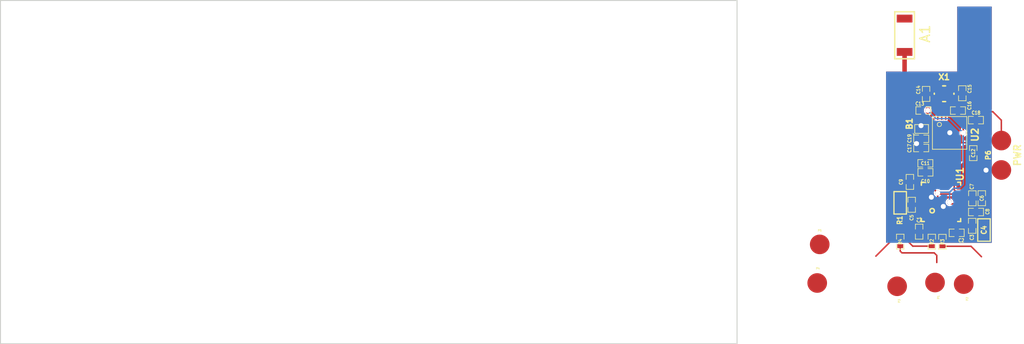
<source format=kicad_pcb>
(kicad_pcb (version 3) (host pcbnew "(2013-07-07 BZR 4022)-stable")

  (general
    (links 83)
    (no_connects 5)
    (area 189.949999 114.949999 265.050001 150.050001)
    (thickness 1.6)
    (drawings 4)
    (tracks 243)
    (zones 0)
    (modules 34)
    (nets 33)
  )

  (page A3)
  (layers
    (15 F.Cu signal)
    (0 B.Cu signal)
    (16 B.Adhes user)
    (17 F.Adhes user)
    (18 B.Paste user)
    (19 F.Paste user)
    (20 B.SilkS user)
    (21 F.SilkS user)
    (22 B.Mask user)
    (23 F.Mask user)
    (24 Dwgs.User user)
    (25 Cmts.User user)
    (26 Eco1.User user)
    (27 Eco2.User user)
    (28 Edge.Cuts user)
  )

  (setup
    (last_trace_width 0.46)
    (trace_clearance 0.1524)
    (zone_clearance 0)
    (zone_45_only yes)
    (trace_min 0.05)
    (segment_width 0.2)
    (edge_width 0.1)
    (via_size 0.889)
    (via_drill 0.635)
    (via_min_size 0.508)
    (via_min_drill 0.3302)
    (uvia_size 0.508)
    (uvia_drill 0.3302)
    (uvias_allowed no)
    (uvia_min_size 0.508)
    (uvia_min_drill 0.3302)
    (pcb_text_width 0.3)
    (pcb_text_size 1.5 1.5)
    (mod_edge_width 0.15)
    (mod_text_size 1 1)
    (mod_text_width 0.15)
    (pad_size 0.8 1.6)
    (pad_drill 0)
    (pad_to_mask_clearance 0)
    (aux_axis_origin 0 0)
    (visible_elements 7FFFFFFF)
    (pcbplotparams
      (layerselection 3178497)
      (usegerberextensions true)
      (excludeedgelayer true)
      (linewidth 0.150000)
      (plotframeref false)
      (viasonmask false)
      (mode 1)
      (useauxorigin false)
      (hpglpennumber 1)
      (hpglpenspeed 20)
      (hpglpendiameter 15)
      (hpglpenoverlay 2)
      (psnegative false)
      (psa4output false)
      (plotreference true)
      (plotvalue true)
      (plotothertext true)
      (plotinvisibletext false)
      (padsonsilk false)
      (subtractmaskfromsilk false)
      (outputformat 1)
      (mirror false)
      (drillshape 1)
      (scaleselection 1)
      (outputdirectory ""))
  )

  (net 0 "")
  (net 1 /ANT1)
  (net 2 /ANT2)
  (net 3 /DEC1)
  (net 4 /DEC2)
  (net 5 /IN1N)
  (net 6 /IN1P)
  (net 7 /RF)
  (net 8 /RLDINV)
  (net 9 /RLDOUT)
  (net 10 /SPI_MISO)
  (net 11 /SPI_MOSI)
  (net 12 /SPI_SCLK)
  (net 13 /SPI_~CS)
  (net 14 /SWDCLK)
  (net 15 /SWDIO)
  (net 16 /VCAP1)
  (net 17 /VCAP2)
  (net 18 /VDD_PA)
  (net 19 /VREFP)
  (net 20 /XC1)
  (net 21 /XC2)
  (net 22 /~DRDY)
  (net 23 /~PWDN/RESET)
  (net 24 GND)
  (net 25 N-0000019)
  (net 26 N-000002)
  (net 27 N-000003)
  (net 28 N-000004)
  (net 29 N-000005)
  (net 30 N-0000051)
  (net 31 N-0000052)
  (net 32 VCC)

  (net_class Default "This is the default net class."
    (clearance 0.1524)
    (trace_width 0.46)
    (via_dia 0.889)
    (via_drill 0.635)
    (uvia_dia 0.508)
    (uvia_drill 0.3302)
    (add_net "")
    (add_net /ANT1)
    (add_net /ANT2)
    (add_net /DEC1)
    (add_net /DEC2)
    (add_net /IN1N)
    (add_net /IN1P)
    (add_net /RF)
    (add_net /RLDINV)
    (add_net /RLDOUT)
    (add_net /SPI_MISO)
    (add_net /SPI_MOSI)
    (add_net /SPI_SCLK)
    (add_net /SPI_~CS)
    (add_net /SWDCLK)
    (add_net /SWDIO)
    (add_net /VCAP1)
    (add_net /VCAP2)
    (add_net /VDD_PA)
    (add_net /VREFP)
    (add_net /XC1)
    (add_net /XC2)
    (add_net /~DRDY)
    (add_net /~PWDN/RESET)
    (add_net GND)
    (add_net N-0000019)
    (add_net N-000002)
    (add_net N-000003)
    (add_net N-000004)
    (add_net N-000005)
    (add_net N-0000051)
    (add_net N-0000052)
    (add_net VCC)
  )

  (module CRYSTAL-SMD-2.0MMx1.6MM (layer F.Cu) (tedit 54D12A5A) (tstamp 54D00866)
    (at 286.0855 124.5075)
    (path /54D104C1)
    (fp_text reference X1 (at 0 -1.7) (layer F.SilkS)
      (effects (font (size 0.6 0.6) (thickness 0.15)))
    )
    (fp_text value 16MHz (at 0 -0.035355) (layer F.SilkS) hide
      (effects (font (size 0.127 0.127) (thickness 0.03175)))
    )
    (fp_line (start 1 0) (end 1 0.05) (layer F.SilkS) (width 0.15))
    (fp_line (start 1 0) (end 1 -0.05) (layer F.SilkS) (width 0.15))
    (fp_line (start -1 0) (end -1 0.05) (layer F.SilkS) (width 0.15))
    (fp_line (start -1 0) (end -1 -0.05) (layer F.SilkS) (width 0.15))
    (fp_line (start 0 0.8) (end 0.15 0.8) (layer F.SilkS) (width 0.15))
    (fp_line (start 0 0.8) (end -0.15 0.8) (layer F.SilkS) (width 0.15))
    (fp_line (start 0 -0.8) (end 0.15 -0.8) (layer F.SilkS) (width 0.15))
    (fp_line (start 0 -0.8) (end -0.15 -0.8) (layer F.SilkS) (width 0.15))
    (pad 4 smd rect (at -0.7 -0.55) (size 0.9 0.8)
      (layers F.Cu F.Paste F.Mask)
      (net 24 GND)
    )
    (pad 3 smd rect (at 0.7 -0.55) (size 0.9 0.8)
      (layers F.Cu F.Paste F.Mask)
      (net 21 /XC2)
    )
    (pad 1 smd rect (at -0.7 0.55) (size 0.9 0.8)
      (layers F.Cu F.Paste F.Mask)
      (net 20 /XC1)
    )
    (pad 2 smd rect (at 0.7 0.55) (size 0.9 0.8)
      (layers F.Cu F.Paste F.Mask)
      (net 24 GND)
    )
  )

  (module BAL-NRF02D3 (layer F.Cu) (tedit 54D8E11D) (tstamp 54D008D9)
    (at 283.7905 128.1025 180)
    (path /54CC0A05)
    (fp_text reference B1 (at 1.24 0.53 270) (layer F.SilkS)
      (effects (font (size 0.6 0.6) (thickness 0.15)))
    )
    (fp_text value BAL-NRF02D3 (at 0 -0.9 180) (layer F.SilkS) hide
      (effects (font (size 0.2 0.2) (thickness 0.05)))
    )
    (fp_arc (start 0.7 -0.45) (end 0.7 -0.6) (angle 90) (layer F.SilkS) (width 0.075))
    (fp_line (start -0.7 -0.45) (end 0.7 -0.45) (layer F.SilkS) (width 0.075))
    (fp_line (start 0.7 -0.45) (end 0.7 0.45) (layer F.SilkS) (width 0.075))
    (fp_line (start 0.7 0.45) (end -0.7 0.45) (layer F.SilkS) (width 0.075))
    (fp_line (start -0.7 0.45) (end -0.7 -0.45) (layer F.SilkS) (width 0.075))
    (pad A3 smd circle (at -0.5 -0.2 180) (size 0.22 0.22)
      (layers F.Cu F.Paste F.Mask)
      (net 1 /ANT1)
    )
    (pad A1 smd circle (at 0.5 -0.2 180) (size 0.22 0.22)
      (layers F.Cu F.Paste F.Mask)
      (net 7 /RF)
    )
    (pad A2 smd circle (at 0 -0.2 180) (size 0.22 0.22)
      (layers F.Cu F.Paste F.Mask)
      (net 18 /VDD_PA)
    )
    (pad B3 smd circle (at -0.5 0.2 180) (size 0.22 0.22)
      (layers F.Cu F.Paste F.Mask)
      (net 2 /ANT2)
    )
    (pad B1 smd circle (at 0.5 0.2 180) (size 0.22 0.22)
      (layers F.Cu F.Paste F.Mask)
      (net 24 GND)
    )
  )

  (module CDAB-WLCSP-56 (layer F.Cu) (tedit 54D39EBF) (tstamp 54D008CB)
    (at 286.6405 128.5025)
    (path /54E4CF33)
    (fp_text reference U2 (at 2.59 0.19 90) (layer F.SilkS)
      (effects (font (size 0.7 0.7) (thickness 0.15)))
    )
    (fp_text value NRF51x22-CDAB (at 0 2.1) (layer F.SilkS) hide
      (effects (font (size 0.2 0.2) (thickness 0.05)))
    )
    (fp_circle (center -1.04 -0.86) (end -0.88 -1) (layer F.SilkS) (width 0.075))
    (fp_line (start 1.75 1.665) (end -1.75 1.665) (layer F.SilkS) (width 0.075))
    (fp_line (start -1.75 1.665) (end -1.75 -1.665) (layer F.SilkS) (width 0.075))
    (fp_line (start -1.75 -1.665) (end 1.75 -1.665) (layer F.SilkS) (width 0.075))
    (fp_line (start 1.75 -1.665) (end 1.75 1.665) (layer F.SilkS) (width 0.075))
    (pad B4 smd circle (at -0.4 -1) (size 0.16 0.16)
      (layers F.Cu F.Paste F.Mask)
      (net 24 GND)
    )
    (pad A4 smd circle (at -0.4 -1.4) (size 0.16 0.16)
      (layers F.Cu F.Paste F.Mask)
      (net 3 /DEC1)
    )
    (pad F4 smd circle (at -0.4 0.6) (size 0.16 0.16)
      (layers F.Cu F.Paste F.Mask)
      (net 24 GND)
    )
    (pad H4 smd circle (at -0.4 1.4) (size 0.16 0.16)
      (layers F.Cu F.Paste F.Mask)
      (net 10 /SPI_MISO)
    )
    (pad H5 smd circle (at 0 1.4) (size 0.16 0.16)
      (layers F.Cu F.Paste F.Mask)
      (net 12 /SPI_SCLK)
    )
    (pad F6 smd circle (at 0.4 0.6) (size 0.16 0.16)
      (layers F.Cu F.Paste F.Mask)
      (net 24 GND)
    )
    (pad H6 smd circle (at 0.4 1.4) (size 0.16 0.16)
      (layers F.Cu F.Paste F.Mask)
      (net 11 /SPI_MOSI)
    )
    (pad A3 smd circle (at -0.8 -1.4) (size 0.16 0.16)
      (layers F.Cu F.Paste F.Mask)
      (net 21 /XC2)
    )
    (pad A2 smd circle (at -1.2 -1.4) (size 0.16 0.16)
      (layers F.Cu F.Paste F.Mask)
      (net 20 /XC1)
    )
    (pad A1 smd circle (at -1.6 -1.4) (size 0.16 0.16)
      (layers F.Cu F.Paste F.Mask)
      (net 32 VCC)
    )
    (pad B1 smd circle (at -1.6 -1) (size 0.16 0.16)
      (layers F.Cu F.Paste F.Mask)
      (net 24 GND)
    )
    (pad C1 smd circle (at -1.6 -0.6) (size 0.16 0.16)
      (layers F.Cu F.Paste F.Mask)
      (net 2 /ANT2)
    )
    (pad D1 smd circle (at -1.6 -0.2) (size 0.16 0.16)
      (layers F.Cu F.Paste F.Mask)
      (net 1 /ANT1)
    )
    (pad E1 smd circle (at -1.6 0.2) (size 0.16 0.16)
      (layers F.Cu F.Paste F.Mask)
      (net 18 /VDD_PA)
    )
    (pad F1 smd circle (at -1.6 0.6) (size 0.16 0.16)
      (layers F.Cu F.Paste F.Mask)
      (net 4 /DEC2)
    )
    (pad H2 smd circle (at -1.2 1.4) (size 0.16 0.16)
      (layers F.Cu F.Paste F.Mask)
      (net 15 /SWDIO)
    )
    (pad G2 smd circle (at -1.2 1) (size 0.16 0.16)
      (layers F.Cu F.Paste F.Mask)
      (net 14 /SWDCLK)
    )
    (pad H3 smd circle (at -0.8 1.4) (size 0.16 0.16)
      (layers F.Cu F.Paste F.Mask)
      (net 22 /~DRDY)
    )
    (pad H7 smd circle (at 0.8 1.4) (size 0.16 0.16)
      (layers F.Cu F.Paste F.Mask)
      (net 13 /SPI_~CS)
    )
    (pad D7 smd circle (at 0.8 -0.2) (size 0.16 0.16)
      (layers F.Cu F.Paste F.Mask)
      (net 24 GND)
    )
    (pad B8 smd circle (at 1.2 -1) (size 0.16 0.16)
      (layers F.Cu F.Paste F.Mask)
      (net 32 VCC)
    )
    (pad G8 smd circle (at 1.2 1) (size 0.16 0.16)
      (layers F.Cu F.Paste F.Mask)
      (net 32 VCC)
    )
    (pad H8 smd circle (at 1.2 1.4) (size 0.16 0.16)
      (layers F.Cu F.Paste F.Mask)
      (net 23 /~PWDN/RESET)
    )
    (pad F9 smd circle (at 1.6 0.6) (size 0.16 0.16)
      (layers F.Cu F.Paste F.Mask)
      (net 24 GND)
    )
  )

  (module S-PVQFN-N32-nopad (layer F.Cu) (tedit 54DE3533) (tstamp 54D0088A)
    (at 285.7655 135.5375 90)
    (path /54CFFC65)
    (fp_text reference U1 (at 2.845 1.935 90) (layer F.SilkS)
      (effects (font (size 0.7 0.7) (thickness 0.15)))
    )
    (fp_text value ADS1291/2 (at 0 0.1 90) (layer F.SilkS) hide
      (effects (font (size 0.2 0.2) (thickness 0.05)))
    )
    (fp_circle (center -0.9 -0.9) (end -0.8 -1.1) (layer F.SilkS) (width 0.15))
    (fp_line (start -2 2) (end -1.7 2) (layer F.SilkS) (width 0.15))
    (fp_line (start -2 2) (end -2 1.7) (layer F.SilkS) (width 0.15))
    (fp_line (start 2 2) (end 1.7 2) (layer F.SilkS) (width 0.15))
    (fp_line (start 2 2) (end 2 1.7) (layer F.SilkS) (width 0.15))
    (fp_line (start 2 -2) (end 2 -1.7) (layer F.SilkS) (width 0.15))
    (fp_line (start 2 -2) (end 1.7 -2) (layer F.SilkS) (width 0.15))
    (fp_line (start -2 -2) (end -2 -1.7) (layer F.SilkS) (width 0.15))
    (fp_line (start -2 -2) (end -1.7 -2) (layer F.SilkS) (width 0.15))
    (pad 18 smd rect (at 2 1 90) (size 0.8 0.2)
      (layers F.Cu F.Paste F.Mask)
      (net 13 /SPI_~CS)
    )
    (pad 19 smd rect (at 2 0.6 90) (size 0.8 0.2)
      (layers F.Cu F.Paste F.Mask)
      (net 11 /SPI_MOSI)
    )
    (pad 24 smd rect (at 2 -1.4 90) (size 0.8 0.2)
      (layers F.Cu F.Paste F.Mask)
      (net 24 GND)
    )
    (pad 23 smd rect (at 2 -1 90) (size 0.8 0.2)
      (layers F.Cu F.Paste F.Mask)
      (net 32 VCC)
    )
    (pad 22 smd rect (at 2 -0.6 90) (size 0.8 0.2)
      (layers F.Cu F.Paste F.Mask)
      (net 22 /~DRDY)
    )
    (pad 20 smd rect (at 2 0.2 90) (size 0.8 0.2)
      (layers F.Cu F.Paste F.Mask)
      (net 12 /SPI_SCLK)
    )
    (pad 21 smd rect (at 2 -0.2 90) (size 0.8 0.2)
      (layers F.Cu F.Paste F.Mask)
      (net 10 /SPI_MISO)
    )
    (pad 9 smd rect (at -1.4 2 90) (size 0.2 0.8)
      (layers F.Cu F.Paste F.Mask)
      (net 19 /VREFP)
    )
    (pad 10 smd rect (at -1 2 90) (size 0.2 0.8)
      (layers F.Cu F.Paste F.Mask)
      (net 24 GND)
    )
    (pad 11 smd rect (at -0.6 2 90) (size 0.2 0.8)
      (layers F.Cu F.Paste F.Mask)
      (net 16 /VCAP1)
    )
    (pad 16 smd rect (at 1.4 2 90) (size 0.2 0.8)
      (layers F.Cu F.Paste F.Mask)
      (net 24 GND)
    )
    (pad 15 smd rect (at 1 2 90) (size 0.2 0.8)
      (layers F.Cu F.Paste F.Mask)
      (net 23 /~PWDN/RESET)
    )
    (pad 14 smd rect (at 0.6 2 90) (size 0.2 0.8)
      (layers F.Cu F.Paste F.Mask)
      (net 32 VCC)
    )
    (pad 13 smd rect (at 0.2 2 90) (size 0.2 0.8)
      (layers F.Cu F.Paste F.Mask)
      (net 24 GND)
    )
    (pad 12 smd rect (at -0.2 2 90) (size 0.2 0.8)
      (layers F.Cu F.Paste F.Mask)
      (net 32 VCC)
    )
    (pad 28 smd rect (at 0.2 -2 90) (size 0.2 0.8)
      (layers F.Cu F.Paste F.Mask)
      (net 8 /RLDINV)
    )
    (pad 27 smd rect (at 0.6 -2 90) (size 0.2 0.8)
      (layers F.Cu F.Paste F.Mask)
      (net 17 /VCAP2)
    )
    (pad 30 smd rect (at -0.6 -2 90) (size 0.2 0.8)
      (layers F.Cu F.Paste F.Mask)
      (net 9 /RLDOUT)
    )
    (pad 31 smd rect (at -1 -2 90) (size 0.2 0.8)
      (layers F.Cu F.Paste F.Mask)
      (net 32 VCC)
    )
    (pad 32 smd rect (at -1.4 -2 90) (size 0.2 0.8)
      (layers F.Cu F.Paste F.Mask)
      (net 32 VCC)
    )
    (pad 4 smd rect (at -2 -0.2 90) (size 0.8 0.2)
      (layers F.Cu F.Paste F.Mask)
      (net 6 /IN1P)
    )
    (pad 5 smd rect (at -2 0.2 90) (size 0.8 0.2)
      (layers F.Cu F.Paste F.Mask)
      (net 32 VCC)
    )
    (pad 3 smd rect (at -2 -0.6 90) (size 0.8 0.2)
      (layers F.Cu F.Paste F.Mask)
      (net 5 /IN1N)
    )
    (pad 2 smd rect (at -2 -1 90) (size 0.8 0.2)
      (layers F.Cu F.Paste F.Mask)
      (net 28 N-000004)
    )
    (pad 1 smd rect (at -2 -1.4 90) (size 0.8 0.2)
      (layers F.Cu F.Paste F.Mask)
      (net 29 N-000005)
    )
    (pad 6 smd rect (at -2 0.6 90) (size 0.8 0.2)
      (layers F.Cu F.Paste F.Mask)
      (net 32 VCC)
    )
    (pad 7 smd rect (at -2 1 90) (size 0.8 0.2)
      (layers F.Cu F.Paste F.Mask)
      (net 27 N-000003)
    )
    (pad 8 smd rect (at -2 1.4 90) (size 0.8 0.2)
      (layers F.Cu F.Paste F.Mask)
      (net 26 N-000002)
    )
  )

  (module SM0603 (layer F.Cu) (tedit 54D3CFA9) (tstamp 54D00776)
    (at 281.6105 135.6325 90)
    (path /54D00ABA)
    (attr smd)
    (fp_text reference R1 (at -1.775 -0.035 90) (layer F.SilkS)
      (effects (font (size 0.508 0.4572) (thickness 0.1143)))
    )
    (fp_text value 1M (at 0 0 90) (layer F.SilkS) hide
      (effects (font (size 0.508 0.4572) (thickness 0.1143)))
    )
    (fp_line (start -1.143 -0.635) (end 1.143 -0.635) (layer F.SilkS) (width 0.127))
    (fp_line (start 1.143 -0.635) (end 1.143 0.635) (layer F.SilkS) (width 0.127))
    (fp_line (start 1.143 0.635) (end -1.143 0.635) (layer F.SilkS) (width 0.127))
    (fp_line (start -1.143 0.635) (end -1.143 -0.635) (layer F.SilkS) (width 0.127))
    (pad 1 smd rect (at -0.762 0 90) (size 0.635 1.143)
      (layers F.Cu F.Paste F.Mask)
      (net 9 /RLDOUT)
    )
    (pad 2 smd rect (at 0.762 0 90) (size 0.635 1.143)
      (layers F.Cu F.Paste F.Mask)
      (net 8 /RLDINV)
    )
    (model smd\resistors\R0603.wrl
      (at (xyz 0 0 0.001))
      (scale (xyz 0.5 0.5 0.5))
      (rotate (xyz 0 0 0))
    )
  )

  (module SM0402 (layer F.Cu) (tedit 54D3CFAC) (tstamp 54D0078E)
    (at 282.7805 135.8325 90)
    (path /54D00AA6)
    (attr smd)
    (fp_text reference C5 (at -1.315 -0.005 90) (layer F.SilkS)
      (effects (font (size 0.35052 0.3048) (thickness 0.07112)))
    )
    (fp_text value 1.5nF (at 0.09906 0 90) (layer F.SilkS) hide
      (effects (font (size 0.35052 0.3048) (thickness 0.07112)))
    )
    (fp_line (start -0.254 -0.381) (end -0.762 -0.381) (layer F.SilkS) (width 0.07112))
    (fp_line (start -0.762 -0.381) (end -0.762 0.381) (layer F.SilkS) (width 0.07112))
    (fp_line (start -0.762 0.381) (end -0.254 0.381) (layer F.SilkS) (width 0.07112))
    (fp_line (start 0.254 -0.381) (end 0.762 -0.381) (layer F.SilkS) (width 0.07112))
    (fp_line (start 0.762 -0.381) (end 0.762 0.381) (layer F.SilkS) (width 0.07112))
    (fp_line (start 0.762 0.381) (end 0.254 0.381) (layer F.SilkS) (width 0.07112))
    (pad 1 smd rect (at -0.44958 0 90) (size 0.39878 0.59944)
      (layers F.Cu F.Paste F.Mask)
      (net 9 /RLDOUT)
    )
    (pad 2 smd rect (at 0.44958 0 90) (size 0.39878 0.59944)
      (layers F.Cu F.Paste F.Mask)
      (net 8 /RLDINV)
    )
    (model smd\chip_cms.wrl
      (at (xyz 0 0 0.002))
      (scale (xyz 0.05 0.05 0.05))
      (rotate (xyz 0 0 0))
    )
  )

  (module SM0402 (layer F.Cu) (tedit 54D3CF9C) (tstamp 54D007A6)
    (at 288.9405 137.9825 90)
    (path /54D0053C)
    (attr smd)
    (fp_text reference C3 (at -1.17 -0.03 90) (layer F.SilkS)
      (effects (font (size 0.35052 0.3048) (thickness 0.07112)))
    )
    (fp_text value 100nF (at 0.09906 0 90) (layer F.SilkS) hide
      (effects (font (size 0.35052 0.3048) (thickness 0.07112)))
    )
    (fp_line (start -0.254 -0.381) (end -0.762 -0.381) (layer F.SilkS) (width 0.07112))
    (fp_line (start -0.762 -0.381) (end -0.762 0.381) (layer F.SilkS) (width 0.07112))
    (fp_line (start -0.762 0.381) (end -0.254 0.381) (layer F.SilkS) (width 0.07112))
    (fp_line (start 0.254 -0.381) (end 0.762 -0.381) (layer F.SilkS) (width 0.07112))
    (fp_line (start 0.762 -0.381) (end 0.762 0.381) (layer F.SilkS) (width 0.07112))
    (fp_line (start 0.762 0.381) (end 0.254 0.381) (layer F.SilkS) (width 0.07112))
    (pad 1 smd rect (at -0.44958 0 90) (size 0.39878 0.59944)
      (layers F.Cu F.Paste F.Mask)
      (net 19 /VREFP)
    )
    (pad 2 smd rect (at 0.44958 0 90) (size 0.39878 0.59944)
      (layers F.Cu F.Paste F.Mask)
      (net 24 GND)
    )
    (model smd\chip_cms.wrl
      (at (xyz 0 0 0.002))
      (scale (xyz 0.05 0.05 0.05))
      (rotate (xyz 0 0 0))
    )
  )

  (module SM0402 (layer F.Cu) (tedit 54D3CF92) (tstamp 54D3A4A1)
    (at 288.9605 135.1725 90)
    (path /54D001FC)
    (attr smd)
    (fp_text reference C7 (at 1.19 -0.05 90) (layer F.SilkS)
      (effects (font (size 0.35052 0.3048) (thickness 0.07112)))
    )
    (fp_text value 100nF (at 0.09906 0 90) (layer F.SilkS) hide
      (effects (font (size 0.35052 0.3048) (thickness 0.07112)))
    )
    (fp_line (start -0.254 -0.381) (end -0.762 -0.381) (layer F.SilkS) (width 0.07112))
    (fp_line (start -0.762 -0.381) (end -0.762 0.381) (layer F.SilkS) (width 0.07112))
    (fp_line (start -0.762 0.381) (end -0.254 0.381) (layer F.SilkS) (width 0.07112))
    (fp_line (start 0.254 -0.381) (end 0.762 -0.381) (layer F.SilkS) (width 0.07112))
    (fp_line (start 0.762 -0.381) (end 0.762 0.381) (layer F.SilkS) (width 0.07112))
    (fp_line (start 0.762 0.381) (end 0.254 0.381) (layer F.SilkS) (width 0.07112))
    (pad 1 smd rect (at -0.44958 0 90) (size 0.39878 0.59944)
      (layers F.Cu F.Paste F.Mask)
      (net 32 VCC)
    )
    (pad 2 smd rect (at 0.44958 0 90) (size 0.39878 0.59944)
      (layers F.Cu F.Paste F.Mask)
      (net 24 GND)
    )
    (model smd\chip_cms.wrl
      (at (xyz 0 0 0.002))
      (scale (xyz 0.05 0.05 0.05))
      (rotate (xyz 0 0 0))
    )
  )

  (module SM0402 (layer F.Cu) (tedit 54D3CFD3) (tstamp 54D007CA)
    (at 284.1805 132.5225 180)
    (path /54D000F8)
    (attr smd)
    (fp_text reference C10 (at 0 -0.91 180) (layer F.SilkS)
      (effects (font (size 0.35052 0.3048) (thickness 0.07112)))
    )
    (fp_text value 100nF (at 0.09906 0 180) (layer F.SilkS) hide
      (effects (font (size 0.35052 0.3048) (thickness 0.07112)))
    )
    (fp_line (start -0.254 -0.381) (end -0.762 -0.381) (layer F.SilkS) (width 0.07112))
    (fp_line (start -0.762 -0.381) (end -0.762 0.381) (layer F.SilkS) (width 0.07112))
    (fp_line (start -0.762 0.381) (end -0.254 0.381) (layer F.SilkS) (width 0.07112))
    (fp_line (start 0.254 -0.381) (end 0.762 -0.381) (layer F.SilkS) (width 0.07112))
    (fp_line (start 0.762 -0.381) (end 0.762 0.381) (layer F.SilkS) (width 0.07112))
    (fp_line (start 0.762 0.381) (end 0.254 0.381) (layer F.SilkS) (width 0.07112))
    (pad 1 smd rect (at -0.44958 0 180) (size 0.39878 0.59944)
      (layers F.Cu F.Paste F.Mask)
      (net 32 VCC)
    )
    (pad 2 smd rect (at 0.44958 0 180) (size 0.39878 0.59944)
      (layers F.Cu F.Paste F.Mask)
      (net 24 GND)
    )
    (model smd\chip_cms.wrl
      (at (xyz 0 0 0.002))
      (scale (xyz 0.05 0.05 0.05))
      (rotate (xyz 0 0 0))
    )
  )

  (module SM0402 (layer F.Cu) (tedit 54D3CFAE) (tstamp 54D007D6)
    (at 282.6005 133.5025 90)
    (path /54CFFEDF)
    (attr smd)
    (fp_text reference C9 (at 0 -0.9 90) (layer F.SilkS)
      (effects (font (size 0.35052 0.3048) (thickness 0.07112)))
    )
    (fp_text value 1uF (at 0.09906 0 90) (layer F.SilkS) hide
      (effects (font (size 0.35052 0.3048) (thickness 0.07112)))
    )
    (fp_line (start -0.254 -0.381) (end -0.762 -0.381) (layer F.SilkS) (width 0.07112))
    (fp_line (start -0.762 -0.381) (end -0.762 0.381) (layer F.SilkS) (width 0.07112))
    (fp_line (start -0.762 0.381) (end -0.254 0.381) (layer F.SilkS) (width 0.07112))
    (fp_line (start 0.254 -0.381) (end 0.762 -0.381) (layer F.SilkS) (width 0.07112))
    (fp_line (start 0.762 -0.381) (end 0.762 0.381) (layer F.SilkS) (width 0.07112))
    (fp_line (start 0.762 0.381) (end 0.254 0.381) (layer F.SilkS) (width 0.07112))
    (pad 1 smd rect (at -0.44958 0 90) (size 0.39878 0.59944)
      (layers F.Cu F.Paste F.Mask)
      (net 17 /VCAP2)
    )
    (pad 2 smd rect (at 0.44958 0 90) (size 0.39878 0.59944)
      (layers F.Cu F.Paste F.Mask)
      (net 24 GND)
    )
    (model smd\chip_cms.wrl
      (at (xyz 0 0 0.002))
      (scale (xyz 0.05 0.05 0.05))
      (rotate (xyz 0 0 0))
    )
  )

  (module SM0402 (layer F.Cu) (tedit 54D3CF96) (tstamp 54D007E2)
    (at 289.3305 136.5725)
    (path /54CFFED9)
    (attr smd)
    (fp_text reference C8 (at 1.17 -0.04 90) (layer F.SilkS)
      (effects (font (size 0.35052 0.3048) (thickness 0.07112)))
    )
    (fp_text value 1uF (at 0.09906 0) (layer F.SilkS) hide
      (effects (font (size 0.35052 0.3048) (thickness 0.07112)))
    )
    (fp_line (start -0.254 -0.381) (end -0.762 -0.381) (layer F.SilkS) (width 0.07112))
    (fp_line (start -0.762 -0.381) (end -0.762 0.381) (layer F.SilkS) (width 0.07112))
    (fp_line (start -0.762 0.381) (end -0.254 0.381) (layer F.SilkS) (width 0.07112))
    (fp_line (start 0.254 -0.381) (end 0.762 -0.381) (layer F.SilkS) (width 0.07112))
    (fp_line (start 0.762 -0.381) (end 0.762 0.381) (layer F.SilkS) (width 0.07112))
    (fp_line (start 0.762 0.381) (end 0.254 0.381) (layer F.SilkS) (width 0.07112))
    (pad 1 smd rect (at -0.44958 0) (size 0.39878 0.59944)
      (layers F.Cu F.Paste F.Mask)
      (net 16 /VCAP1)
    )
    (pad 2 smd rect (at 0.44958 0) (size 0.39878 0.59944)
      (layers F.Cu F.Paste F.Mask)
      (net 24 GND)
    )
    (model smd\chip_cms.wrl
      (at (xyz 0 0 0.002))
      (scale (xyz 0.05 0.05 0.05))
      (rotate (xyz 0 0 0))
    )
  )

  (module SM0402 (layer F.Cu) (tedit 54D3D000) (tstamp 54D007EE)
    (at 283.5405 138.5725 90)
    (path /54CFFB43)
    (attr smd)
    (fp_text reference C1 (at 1.215 -0.025 90) (layer F.SilkS)
      (effects (font (size 0.35052 0.3048) (thickness 0.07112)))
    )
    (fp_text value 4.7nF (at 0.09906 0 90) (layer F.SilkS) hide
      (effects (font (size 0.35052 0.3048) (thickness 0.07112)))
    )
    (fp_line (start -0.254 -0.381) (end -0.762 -0.381) (layer F.SilkS) (width 0.07112))
    (fp_line (start -0.762 -0.381) (end -0.762 0.381) (layer F.SilkS) (width 0.07112))
    (fp_line (start -0.762 0.381) (end -0.254 0.381) (layer F.SilkS) (width 0.07112))
    (fp_line (start 0.254 -0.381) (end 0.762 -0.381) (layer F.SilkS) (width 0.07112))
    (fp_line (start 0.762 -0.381) (end 0.762 0.381) (layer F.SilkS) (width 0.07112))
    (fp_line (start 0.762 0.381) (end 0.254 0.381) (layer F.SilkS) (width 0.07112))
    (pad 1 smd rect (at -0.44958 0 90) (size 0.39878 0.59944)
      (layers F.Cu F.Paste F.Mask)
      (net 28 N-000004)
    )
    (pad 2 smd rect (at 0.44958 0 90) (size 0.39878 0.59944)
      (layers F.Cu F.Paste F.Mask)
      (net 29 N-000005)
    )
    (model smd\chip_cms.wrl
      (at (xyz 0 0 0.002))
      (scale (xyz 0.05 0.05 0.05))
      (rotate (xyz 0 0 0))
    )
  )

  (module SM0402 (layer F.Cu) (tedit 54D3CFA0) (tstamp 54D007FA)
    (at 287.3655 138.6875 180)
    (path /54CFFB3D)
    (attr smd)
    (fp_text reference C2 (at -0.465 -0.785 180) (layer F.SilkS)
      (effects (font (size 0.35052 0.3048) (thickness 0.07112)))
    )
    (fp_text value 4.7nF (at 0.09906 0 180) (layer F.SilkS) hide
      (effects (font (size 0.35052 0.3048) (thickness 0.07112)))
    )
    (fp_line (start -0.254 -0.381) (end -0.762 -0.381) (layer F.SilkS) (width 0.07112))
    (fp_line (start -0.762 -0.381) (end -0.762 0.381) (layer F.SilkS) (width 0.07112))
    (fp_line (start -0.762 0.381) (end -0.254 0.381) (layer F.SilkS) (width 0.07112))
    (fp_line (start 0.254 -0.381) (end 0.762 -0.381) (layer F.SilkS) (width 0.07112))
    (fp_line (start 0.762 -0.381) (end 0.762 0.381) (layer F.SilkS) (width 0.07112))
    (fp_line (start 0.762 0.381) (end 0.254 0.381) (layer F.SilkS) (width 0.07112))
    (pad 1 smd rect (at -0.44958 0 180) (size 0.39878 0.59944)
      (layers F.Cu F.Paste F.Mask)
      (net 26 N-000002)
    )
    (pad 2 smd rect (at 0.44958 0 180) (size 0.39878 0.59944)
      (layers F.Cu F.Paste F.Mask)
      (net 27 N-000003)
    )
    (model smd\chip_cms.wrl
      (at (xyz 0 0 0.002))
      (scale (xyz 0.05 0.05 0.05))
      (rotate (xyz 0 0 0))
    )
  )

  (module SM0402 (layer F.Cu) (tedit 54D3CFF7) (tstamp 54D00806)
    (at 289.3205 127.2025)
    (path /54CC0A51)
    (attr smd)
    (fp_text reference C18 (at 0.01 -0.75) (layer F.SilkS)
      (effects (font (size 0.35052 0.3048) (thickness 0.07112)))
    )
    (fp_text value 1nF (at 0.09906 0) (layer F.SilkS) hide
      (effects (font (size 0.35052 0.3048) (thickness 0.07112)))
    )
    (fp_line (start -0.254 -0.381) (end -0.762 -0.381) (layer F.SilkS) (width 0.07112))
    (fp_line (start -0.762 -0.381) (end -0.762 0.381) (layer F.SilkS) (width 0.07112))
    (fp_line (start -0.762 0.381) (end -0.254 0.381) (layer F.SilkS) (width 0.07112))
    (fp_line (start 0.254 -0.381) (end 0.762 -0.381) (layer F.SilkS) (width 0.07112))
    (fp_line (start 0.762 -0.381) (end 0.762 0.381) (layer F.SilkS) (width 0.07112))
    (fp_line (start 0.762 0.381) (end 0.254 0.381) (layer F.SilkS) (width 0.07112))
    (pad 1 smd rect (at -0.44958 0) (size 0.39878 0.59944)
      (layers F.Cu F.Paste F.Mask)
      (net 32 VCC)
    )
    (pad 2 smd rect (at 0.44958 0) (size 0.39878 0.59944)
      (layers F.Cu F.Paste F.Mask)
      (net 24 GND)
    )
    (model smd\chip_cms.wrl
      (at (xyz 0 0 0.002))
      (scale (xyz 0.05 0.05 0.05))
      (rotate (xyz 0 0 0))
    )
  )

  (module SM0402 (layer F.Cu) (tedit 54DCD4FC) (tstamp 54D00812)
    (at 287.4905 126.2225)
    (path /54CC0A4B)
    (attr smd)
    (fp_text reference C16 (at 1.17 -0.51 90) (layer F.SilkS)
      (effects (font (size 0.35052 0.3048) (thickness 0.07112)))
    )
    (fp_text value 100nF (at 0.09906 0) (layer F.SilkS) hide
      (effects (font (size 0.35052 0.3048) (thickness 0.07112)))
    )
    (fp_line (start -0.254 -0.381) (end -0.762 -0.381) (layer F.SilkS) (width 0.07112))
    (fp_line (start -0.762 -0.381) (end -0.762 0.381) (layer F.SilkS) (width 0.07112))
    (fp_line (start -0.762 0.381) (end -0.254 0.381) (layer F.SilkS) (width 0.07112))
    (fp_line (start 0.254 -0.381) (end 0.762 -0.381) (layer F.SilkS) (width 0.07112))
    (fp_line (start 0.762 -0.381) (end 0.762 0.381) (layer F.SilkS) (width 0.07112))
    (fp_line (start 0.762 0.381) (end 0.254 0.381) (layer F.SilkS) (width 0.07112))
    (pad 1 smd rect (at -0.44958 0) (size 0.39878 0.59944)
      (layers F.Cu F.Paste F.Mask)
      (net 3 /DEC1)
    )
    (pad 2 smd rect (at 0.44958 0) (size 0.39878 0.59944)
      (layers F.Cu F.Paste F.Mask)
      (net 24 GND)
    )
    (model smd\chip_cms.wrl
      (at (xyz 0 0 0.002))
      (scale (xyz 0.05 0.05 0.05))
      (rotate (xyz 0 0 0))
    )
  )

  (module SM0402 (layer F.Cu) (tedit 54D3CFE6) (tstamp 54D0081E)
    (at 284.2455 124.5275 270)
    (path /54CC0A45)
    (attr smd)
    (fp_text reference C14 (at -0.415 0.785 270) (layer F.SilkS)
      (effects (font (size 0.35052 0.3048) (thickness 0.07112)))
    )
    (fp_text value "12pF 2%" (at 0.09906 0 270) (layer F.SilkS) hide
      (effects (font (size 0.35052 0.3048) (thickness 0.07112)))
    )
    (fp_line (start -0.254 -0.381) (end -0.762 -0.381) (layer F.SilkS) (width 0.07112))
    (fp_line (start -0.762 -0.381) (end -0.762 0.381) (layer F.SilkS) (width 0.07112))
    (fp_line (start -0.762 0.381) (end -0.254 0.381) (layer F.SilkS) (width 0.07112))
    (fp_line (start 0.254 -0.381) (end 0.762 -0.381) (layer F.SilkS) (width 0.07112))
    (fp_line (start 0.762 -0.381) (end 0.762 0.381) (layer F.SilkS) (width 0.07112))
    (fp_line (start 0.762 0.381) (end 0.254 0.381) (layer F.SilkS) (width 0.07112))
    (pad 1 smd rect (at -0.44958 0 270) (size 0.39878 0.59944)
      (layers F.Cu F.Paste F.Mask)
      (net 24 GND)
    )
    (pad 2 smd rect (at 0.44958 0 270) (size 0.39878 0.59944)
      (layers F.Cu F.Paste F.Mask)
      (net 20 /XC1)
    )
    (model smd\chip_cms.wrl
      (at (xyz 0 0 0.002))
      (scale (xyz 0.05 0.05 0.05))
      (rotate (xyz 0 0 0))
    )
  )

  (module SM0402 (layer F.Cu) (tedit 54DCD4FE) (tstamp 54D0082A)
    (at 287.9355 124.4575 90)
    (path /54CC0A3F)
    (attr smd)
    (fp_text reference C15 (at 0.445 0.745 90) (layer F.SilkS)
      (effects (font (size 0.35052 0.3048) (thickness 0.07112)))
    )
    (fp_text value "12pF 2%" (at 0.09906 0 90) (layer F.SilkS) hide
      (effects (font (size 0.35052 0.3048) (thickness 0.07112)))
    )
    (fp_line (start -0.254 -0.381) (end -0.762 -0.381) (layer F.SilkS) (width 0.07112))
    (fp_line (start -0.762 -0.381) (end -0.762 0.381) (layer F.SilkS) (width 0.07112))
    (fp_line (start -0.762 0.381) (end -0.254 0.381) (layer F.SilkS) (width 0.07112))
    (fp_line (start 0.254 -0.381) (end 0.762 -0.381) (layer F.SilkS) (width 0.07112))
    (fp_line (start 0.762 -0.381) (end 0.762 0.381) (layer F.SilkS) (width 0.07112))
    (fp_line (start 0.762 0.381) (end 0.254 0.381) (layer F.SilkS) (width 0.07112))
    (pad 1 smd rect (at -0.44958 0 90) (size 0.39878 0.59944)
      (layers F.Cu F.Paste F.Mask)
      (net 24 GND)
    )
    (pad 2 smd rect (at 0.44958 0 90) (size 0.39878 0.59944)
      (layers F.Cu F.Paste F.Mask)
      (net 21 /XC2)
    )
    (model smd\chip_cms.wrl
      (at (xyz 0 0 0.002))
      (scale (xyz 0.05 0.05 0.05))
      (rotate (xyz 0 0 0))
    )
  )

  (module SM0402 (layer F.Cu) (tedit 54D3CFD8) (tstamp 54D3CB5C)
    (at 283.7505 130.0425 180)
    (path /54CC0A39)
    (attr smd)
    (fp_text reference C17 (at 1.19 -0.03 270) (layer F.SilkS)
      (effects (font (size 0.35052 0.3048) (thickness 0.07112)))
    )
    (fp_text value 47nF (at 0.09906 0 180) (layer F.SilkS) hide
      (effects (font (size 0.35052 0.3048) (thickness 0.07112)))
    )
    (fp_line (start -0.254 -0.381) (end -0.762 -0.381) (layer F.SilkS) (width 0.07112))
    (fp_line (start -0.762 -0.381) (end -0.762 0.381) (layer F.SilkS) (width 0.07112))
    (fp_line (start -0.762 0.381) (end -0.254 0.381) (layer F.SilkS) (width 0.07112))
    (fp_line (start 0.254 -0.381) (end 0.762 -0.381) (layer F.SilkS) (width 0.07112))
    (fp_line (start 0.762 -0.381) (end 0.762 0.381) (layer F.SilkS) (width 0.07112))
    (fp_line (start 0.762 0.381) (end 0.254 0.381) (layer F.SilkS) (width 0.07112))
    (pad 1 smd rect (at -0.44958 0 180) (size 0.39878 0.59944)
      (layers F.Cu F.Paste F.Mask)
      (net 4 /DEC2)
    )
    (pad 2 smd rect (at 0.44958 0 180) (size 0.39878 0.59944)
      (layers F.Cu F.Paste F.Mask)
      (net 24 GND)
    )
    (model smd\chip_cms.wrl
      (at (xyz 0 0 0.002))
      (scale (xyz 0.05 0.05 0.05))
      (rotate (xyz 0 0 0))
    )
  )

  (module SM0402   locked (layer F.Cu) (tedit 50A4E0BA) (tstamp 54D15465)
    (at 289.0505 130.5625 270)
    (path /54CC0A33)
    (attr smd)
    (fp_text reference C12 (at 0 0 270) (layer F.SilkS)
      (effects (font (size 0.35052 0.3048) (thickness 0.07112)))
    )
    (fp_text value 100nF (at 0.09906 0 270) (layer F.SilkS) hide
      (effects (font (size 0.35052 0.3048) (thickness 0.07112)))
    )
    (fp_line (start -0.254 -0.381) (end -0.762 -0.381) (layer F.SilkS) (width 0.07112))
    (fp_line (start -0.762 -0.381) (end -0.762 0.381) (layer F.SilkS) (width 0.07112))
    (fp_line (start -0.762 0.381) (end -0.254 0.381) (layer F.SilkS) (width 0.07112))
    (fp_line (start 0.254 -0.381) (end 0.762 -0.381) (layer F.SilkS) (width 0.07112))
    (fp_line (start 0.762 -0.381) (end 0.762 0.381) (layer F.SilkS) (width 0.07112))
    (fp_line (start 0.762 0.381) (end 0.254 0.381) (layer F.SilkS) (width 0.07112))
    (pad 1 smd rect (at -0.44958 0 270) (size 0.39878 0.59944)
      (layers F.Cu F.Paste F.Mask)
      (net 32 VCC)
    )
    (pad 2 smd rect (at 0.44958 0 270) (size 0.39878 0.59944)
      (layers F.Cu F.Paste F.Mask)
      (net 24 GND)
    )
    (model smd\chip_cms.wrl
      (at (xyz 0 0 0.002))
      (scale (xyz 0.05 0.05 0.05))
      (rotate (xyz 0 0 0))
    )
  )

  (module SM0402 (layer F.Cu) (tedit 54D8E117) (tstamp 54D3C459)
    (at 283.9705 126.2125 180)
    (path /54CC0A2D)
    (attr smd)
    (fp_text reference C13 (at 0.36 0.69 180) (layer F.SilkS)
      (effects (font (size 0.35052 0.3048) (thickness 0.07112)))
    )
    (fp_text value 100nF (at 0.09906 0 180) (layer F.SilkS) hide
      (effects (font (size 0.35052 0.3048) (thickness 0.07112)))
    )
    (fp_line (start -0.254 -0.381) (end -0.762 -0.381) (layer F.SilkS) (width 0.07112))
    (fp_line (start -0.762 -0.381) (end -0.762 0.381) (layer F.SilkS) (width 0.07112))
    (fp_line (start -0.762 0.381) (end -0.254 0.381) (layer F.SilkS) (width 0.07112))
    (fp_line (start 0.254 -0.381) (end 0.762 -0.381) (layer F.SilkS) (width 0.07112))
    (fp_line (start 0.762 -0.381) (end 0.762 0.381) (layer F.SilkS) (width 0.07112))
    (fp_line (start 0.762 0.381) (end 0.254 0.381) (layer F.SilkS) (width 0.07112))
    (pad 1 smd rect (at -0.44958 0 180) (size 0.39878 0.59944)
      (layers F.Cu F.Paste F.Mask)
      (net 32 VCC)
    )
    (pad 2 smd rect (at 0.44958 0 180) (size 0.39878 0.59944)
      (layers F.Cu F.Paste F.Mask)
      (net 24 GND)
    )
    (model smd\chip_cms.wrl
      (at (xyz 0 0 0.002))
      (scale (xyz 0.05 0.05 0.05))
      (rotate (xyz 0 0 0))
    )
  )

  (module SM0402 (layer F.Cu) (tedit 54D3CFDD) (tstamp 54D3CB4F)
    (at 283.7505 129.1025 180)
    (path /54CC0A20)
    (attr smd)
    (fp_text reference C19 (at 1.19 0.03 270) (layer F.SilkS)
      (effects (font (size 0.35052 0.3048) (thickness 0.07112)))
    )
    (fp_text value 2.2nF (at 0.09906 0 180) (layer F.SilkS) hide
      (effects (font (size 0.35052 0.3048) (thickness 0.07112)))
    )
    (fp_line (start -0.254 -0.381) (end -0.762 -0.381) (layer F.SilkS) (width 0.07112))
    (fp_line (start -0.762 -0.381) (end -0.762 0.381) (layer F.SilkS) (width 0.07112))
    (fp_line (start -0.762 0.381) (end -0.254 0.381) (layer F.SilkS) (width 0.07112))
    (fp_line (start 0.254 -0.381) (end 0.762 -0.381) (layer F.SilkS) (width 0.07112))
    (fp_line (start 0.762 -0.381) (end 0.762 0.381) (layer F.SilkS) (width 0.07112))
    (fp_line (start 0.762 0.381) (end 0.254 0.381) (layer F.SilkS) (width 0.07112))
    (pad 1 smd rect (at -0.44958 0 180) (size 0.39878 0.59944)
      (layers F.Cu F.Paste F.Mask)
      (net 18 /VDD_PA)
    )
    (pad 2 smd rect (at 0.44958 0 180) (size 0.39878 0.59944)
      (layers F.Cu F.Paste F.Mask)
      (net 24 GND)
    )
    (model smd\chip_cms.wrl
      (at (xyz 0 0 0.002))
      (scale (xyz 0.05 0.05 0.05))
      (rotate (xyz 0 0 0))
    )
  )

  (module 2PAD_SMD_2MM (layer F.Cu) (tedit 54D24354) (tstamp 54D23F35)
    (at 291.9105 130.7825 270)
    (path /54D23E45)
    (fp_text reference P6 (at -0.01 1.34 270) (layer F.SilkS)
      (effects (font (size 0.5 0.5) (thickness 0.125)))
    )
    (fp_text value PWR (at -0.01 -1.64 270) (layer F.SilkS)
      (effects (font (size 0.7 0.7) (thickness 0.15)))
    )
    (pad 1 smd circle (at -1.5 0 270) (size 2 2)
      (layers F.Cu F.Paste F.Mask)
      (net 32 VCC)
    )
    (pad 2 smd circle (at 1.5 0 270) (size 2 2)
      (layers F.Cu F.Paste F.Mask)
      (net 24 GND)
    )
  )

  (module TESTPOINT_SMD_2MM (layer F.Cu) (tedit 54D240B3) (tstamp 54D00734)
    (at 273.416 139.871 180)
    (path /54D01708)
    (fp_text reference P5 (at 0 1.41 180) (layer F.SilkS)
      (effects (font (size 0.2 0.2) (thickness 0.05)))
    )
    (fp_text value SWDCLK (at 0.02 -1.35 180) (layer F.SilkS) hide
      (effects (font (size 0.2 0.2) (thickness 0.05)))
    )
    (pad 1 smd circle (at 0 0 180) (size 2 2)
      (layers F.Cu F.Paste F.Mask)
      (net 14 /SWDCLK)
    )
  )

  (module TESTPOINT_SMD_2MM (layer F.Cu) (tedit 54D2428C) (tstamp 54D00742)
    (at 273.162 143.808 180)
    (path /54D01702)
    (fp_text reference P4 (at -0.07 1.48 180) (layer F.SilkS)
      (effects (font (size 0.2 0.2) (thickness 0.05)))
    )
    (fp_text value SWDIO (at 0.03 -1.27 180) (layer F.SilkS) hide
      (effects (font (size 0.2 0.2) (thickness 0.05)))
    )
    (pad 1 smd circle (at 0 0 180) (size 2 2)
      (layers F.Cu F.Paste F.Mask)
      (net 15 /SWDIO)
    )
  )

  (module TESTPOINT_SMD_2MM (layer F.Cu) (tedit 54D24305) (tstamp 54D00750)
    (at 281.3 144.143 270)
    (path /54D016EA)
    (fp_text reference P3 (at 1.5 -0.21 270) (layer F.SilkS)
      (effects (font (size 0.2 0.2) (thickness 0.05)))
    )
    (fp_text value RLD (at 1.55 0.3 270) (layer F.SilkS) hide
      (effects (font (size 0.2 0.2) (thickness 0.05)))
    )
    (pad 1 smd circle (at 0 0 270) (size 2 2)
      (layers F.Cu F.Paste F.Mask)
      (net 25 N-0000019)
    )
  )

  (module TESTPOINT_SMD_2MM (layer F.Cu) (tedit 54D242EF) (tstamp 54D0075E)
    (at 288.0775 143.9195 270)
    (path /54D016CC)
    (fp_text reference P2 (at 1.51 -0.35 270) (layer F.SilkS)
      (effects (font (size 0.2 0.2) (thickness 0.05)))
    )
    (fp_text value IN1P (at 1.58 0.11 270) (layer F.SilkS) hide
      (effects (font (size 0.2 0.2) (thickness 0.05)))
    )
    (pad 1 smd circle (at 0 0 270) (size 2 2)
      (layers F.Cu F.Paste F.Mask)
      (net 30 N-0000051)
    )
  )

  (module TESTPOINT_SMD_2MM (layer F.Cu) (tedit 54D242F2) (tstamp 54D0076C)
    (at 285.1575 143.7595 270)
    (path /54D016BF)
    (fp_text reference P1 (at 1.5 -0.35 270) (layer F.SilkS)
      (effects (font (size 0.2 0.2) (thickness 0.05)))
    )
    (fp_text value IN1N (at 1.58 0.11 270) (layer F.SilkS) hide
      (effects (font (size 0.2 0.2) (thickness 0.05)))
    )
    (pad 1 smd circle (at 0 0 270) (size 2 2)
      (layers F.Cu F.Paste F.Mask)
      (net 31 N-0000052)
    )
  )

  (module SM0603 (layer F.Cu) (tedit 4E43A3D1) (tstamp 54D0079A)
    (at 290.1405 138.4025 90)
    (path /54D00542)
    (attr smd)
    (fp_text reference C4 (at 0 0 90) (layer F.SilkS)
      (effects (font (size 0.508 0.4572) (thickness 0.1143)))
    )
    (fp_text value 10uF (at 0 0 90) (layer F.SilkS) hide
      (effects (font (size 0.508 0.4572) (thickness 0.1143)))
    )
    (fp_line (start -1.143 -0.635) (end 1.143 -0.635) (layer F.SilkS) (width 0.127))
    (fp_line (start 1.143 -0.635) (end 1.143 0.635) (layer F.SilkS) (width 0.127))
    (fp_line (start 1.143 0.635) (end -1.143 0.635) (layer F.SilkS) (width 0.127))
    (fp_line (start -1.143 0.635) (end -1.143 -0.635) (layer F.SilkS) (width 0.127))
    (pad 1 smd rect (at -0.762 0 90) (size 0.635 1.143)
      (layers F.Cu F.Paste F.Mask)
      (net 19 /VREFP)
    )
    (pad 2 smd rect (at 0.762 0 90) (size 0.635 1.143)
      (layers F.Cu F.Paste F.Mask)
      (net 24 GND)
    )
    (model smd\resistors\R0603.wrl
      (at (xyz 0 0 0.001))
      (scale (xyz 0.5 0.5 0.5))
      (rotate (xyz 0 0 0))
    )
  )

  (module SM0402 (layer F.Cu) (tedit 50A4E0BA) (tstamp 54D3D12E)
    (at 284.1705 131.6025 180)
    (path /54CFFDAA)
    (attr smd)
    (fp_text reference C11 (at 0 0 180) (layer F.SilkS)
      (effects (font (size 0.35052 0.3048) (thickness 0.07112)))
    )
    (fp_text value 1uF (at 0.09906 0 180) (layer F.SilkS) hide
      (effects (font (size 0.35052 0.3048) (thickness 0.07112)))
    )
    (fp_line (start -0.254 -0.381) (end -0.762 -0.381) (layer F.SilkS) (width 0.07112))
    (fp_line (start -0.762 -0.381) (end -0.762 0.381) (layer F.SilkS) (width 0.07112))
    (fp_line (start -0.762 0.381) (end -0.254 0.381) (layer F.SilkS) (width 0.07112))
    (fp_line (start 0.254 -0.381) (end 0.762 -0.381) (layer F.SilkS) (width 0.07112))
    (fp_line (start 0.762 -0.381) (end 0.762 0.381) (layer F.SilkS) (width 0.07112))
    (fp_line (start 0.762 0.381) (end 0.254 0.381) (layer F.SilkS) (width 0.07112))
    (pad 1 smd rect (at -0.44958 0 180) (size 0.39878 0.59944)
      (layers F.Cu F.Paste F.Mask)
      (net 32 VCC)
    )
    (pad 2 smd rect (at 0.44958 0 180) (size 0.39878 0.59944)
      (layers F.Cu F.Paste F.Mask)
      (net 24 GND)
    )
    (model smd\chip_cms.wrl
      (at (xyz 0 0 0.002))
      (scale (xyz 0.05 0.05 0.05))
      (rotate (xyz 0 0 0))
    )
  )

  (module SM0402 (layer F.Cu) (tedit 50A4E0BA) (tstamp 54D007BE)
    (at 289.9205 135.1625 90)
    (path /54D001F6)
    (attr smd)
    (fp_text reference C6 (at 0 0 90) (layer F.SilkS)
      (effects (font (size 0.35052 0.3048) (thickness 0.07112)))
    )
    (fp_text value 1uF (at 0.09906 0 90) (layer F.SilkS) hide
      (effects (font (size 0.35052 0.3048) (thickness 0.07112)))
    )
    (fp_line (start -0.254 -0.381) (end -0.762 -0.381) (layer F.SilkS) (width 0.07112))
    (fp_line (start -0.762 -0.381) (end -0.762 0.381) (layer F.SilkS) (width 0.07112))
    (fp_line (start -0.762 0.381) (end -0.254 0.381) (layer F.SilkS) (width 0.07112))
    (fp_line (start 0.254 -0.381) (end 0.762 -0.381) (layer F.SilkS) (width 0.07112))
    (fp_line (start 0.762 -0.381) (end 0.762 0.381) (layer F.SilkS) (width 0.07112))
    (fp_line (start 0.762 0.381) (end 0.254 0.381) (layer F.SilkS) (width 0.07112))
    (pad 1 smd rect (at -0.44958 0 90) (size 0.39878 0.59944)
      (layers F.Cu F.Paste F.Mask)
      (net 32 VCC)
    )
    (pad 2 smd rect (at 0.44958 0 90) (size 0.39878 0.59944)
      (layers F.Cu F.Paste F.Mask)
      (net 24 GND)
    )
    (model smd\chip_cms.wrl
      (at (xyz 0 0 0.002))
      (scale (xyz 0.05 0.05 0.05))
      (rotate (xyz 0 0 0))
    )
  )

  (module SM0402 (layer F.Cu) (tedit 50A4E0BA) (tstamp 54DE304A)
    (at 284.8305 139.6025 90)
    (path /54DE2DF1)
    (attr smd)
    (fp_text reference R2 (at 0 0 90) (layer F.SilkS)
      (effects (font (size 0.35052 0.3048) (thickness 0.07112)))
    )
    (fp_text value 30k (at 0.09906 0 90) (layer F.SilkS) hide
      (effects (font (size 0.35052 0.3048) (thickness 0.07112)))
    )
    (fp_line (start -0.254 -0.381) (end -0.762 -0.381) (layer F.SilkS) (width 0.07112))
    (fp_line (start -0.762 -0.381) (end -0.762 0.381) (layer F.SilkS) (width 0.07112))
    (fp_line (start -0.762 0.381) (end -0.254 0.381) (layer F.SilkS) (width 0.07112))
    (fp_line (start 0.254 -0.381) (end 0.762 -0.381) (layer F.SilkS) (width 0.07112))
    (fp_line (start 0.762 -0.381) (end 0.762 0.381) (layer F.SilkS) (width 0.07112))
    (fp_line (start 0.762 0.381) (end 0.254 0.381) (layer F.SilkS) (width 0.07112))
    (pad 1 smd rect (at -0.44958 0 90) (size 0.39878 0.59944)
      (layers F.Cu F.Paste F.Mask)
      (net 31 N-0000052)
    )
    (pad 2 smd rect (at 0.44958 0 90) (size 0.39878 0.59944)
      (layers F.Cu F.Paste F.Mask)
      (net 5 /IN1N)
    )
    (model smd\chip_cms.wrl
      (at (xyz 0 0 0.002))
      (scale (xyz 0.05 0.05 0.05))
      (rotate (xyz 0 0 0))
    )
  )

  (module SM0402 (layer F.Cu) (tedit 50A4E0BA) (tstamp 54DE2F9D)
    (at 285.9105 139.6125 270)
    (path /54DE2DF7)
    (attr smd)
    (fp_text reference R3 (at 0 0 270) (layer F.SilkS)
      (effects (font (size 0.35052 0.3048) (thickness 0.07112)))
    )
    (fp_text value 30k (at 0.09906 0 270) (layer F.SilkS) hide
      (effects (font (size 0.35052 0.3048) (thickness 0.07112)))
    )
    (fp_line (start -0.254 -0.381) (end -0.762 -0.381) (layer F.SilkS) (width 0.07112))
    (fp_line (start -0.762 -0.381) (end -0.762 0.381) (layer F.SilkS) (width 0.07112))
    (fp_line (start -0.762 0.381) (end -0.254 0.381) (layer F.SilkS) (width 0.07112))
    (fp_line (start 0.254 -0.381) (end 0.762 -0.381) (layer F.SilkS) (width 0.07112))
    (fp_line (start 0.762 -0.381) (end 0.762 0.381) (layer F.SilkS) (width 0.07112))
    (fp_line (start 0.762 0.381) (end 0.254 0.381) (layer F.SilkS) (width 0.07112))
    (pad 1 smd rect (at -0.44958 0 270) (size 0.39878 0.59944)
      (layers F.Cu F.Paste F.Mask)
      (net 6 /IN1P)
    )
    (pad 2 smd rect (at 0.44958 0 270) (size 0.39878 0.59944)
      (layers F.Cu F.Paste F.Mask)
      (net 30 N-0000051)
    )
    (model smd\chip_cms.wrl
      (at (xyz 0 0 0.002))
      (scale (xyz 0.05 0.05 0.05))
      (rotate (xyz 0 0 0))
    )
  )

  (module SM0402 (layer F.Cu) (tedit 50A4E0BA) (tstamp 54DE2FA9)
    (at 281.6155 139.5975 90)
    (path /54DE2DFD)
    (attr smd)
    (fp_text reference R4 (at 0 0 90) (layer F.SilkS)
      (effects (font (size 0.35052 0.3048) (thickness 0.07112)))
    )
    (fp_text value 30k (at 0.09906 0 90) (layer F.SilkS) hide
      (effects (font (size 0.35052 0.3048) (thickness 0.07112)))
    )
    (fp_line (start -0.254 -0.381) (end -0.762 -0.381) (layer F.SilkS) (width 0.07112))
    (fp_line (start -0.762 -0.381) (end -0.762 0.381) (layer F.SilkS) (width 0.07112))
    (fp_line (start -0.762 0.381) (end -0.254 0.381) (layer F.SilkS) (width 0.07112))
    (fp_line (start 0.254 -0.381) (end 0.762 -0.381) (layer F.SilkS) (width 0.07112))
    (fp_line (start 0.762 -0.381) (end 0.762 0.381) (layer F.SilkS) (width 0.07112))
    (fp_line (start 0.762 0.381) (end 0.254 0.381) (layer F.SilkS) (width 0.07112))
    (pad 1 smd rect (at -0.44958 0 90) (size 0.39878 0.59944)
      (layers F.Cu F.Paste F.Mask)
      (net 25 N-0000019)
    )
    (pad 2 smd rect (at 0.44958 0 90) (size 0.39878 0.59944)
      (layers F.Cu F.Paste F.Mask)
      (net 9 /RLDOUT)
    )
    (model smd\chip_cms.wrl
      (at (xyz 0 0 0.002))
      (scale (xyz 0.05 0.05 0.05))
      (rotate (xyz 0 0 0))
    )
  )

  (module JTI-2450AT18A100-CHIP-ANT (layer F.Cu) (tedit 54E63B59) (tstamp 54E63841)
    (at 282.057 118.545 90)
    (path /54E6394D)
    (fp_text reference A1 (at 0.152 2.083 90) (layer F.SilkS)
      (effects (font (size 1 1) (thickness 0.15)))
    )
    (fp_text value CHIP-ANT (at -0.013 0.021 90) (layer F.SilkS) hide
      (effects (font (size 0.127 0.127) (thickness 0.03175)))
    )
    (fp_line (start 2.4 1) (end -2.4 1) (layer F.SilkS) (width 0.15))
    (fp_line (start -2.4 1) (end -2.4 -1) (layer F.SilkS) (width 0.15))
    (fp_line (start -2.3 -1) (end 2.4 -1) (layer F.SilkS) (width 0.15))
    (fp_line (start 2.4 -1) (end 2.4 1) (layer F.SilkS) (width 0.15))
    (fp_line (start -2.4 -1) (end -2.3 -1) (layer F.SilkS) (width 0.15))
    (pad 1 smd rect (at -1.7 0 90) (size 0.8 1.6)
      (layers F.Cu F.Paste F.Mask)
      (net 7 /RF)
    )
    (pad 2 smd rect (at 1.7 0 90) (size 0.8 1.6)
      (layers F.Cu F.Paste F.Mask)
    )
  )

  (gr_line (start 190 115) (end 190 150) (angle 90) (layer Edge.Cuts) (width 0.1))
  (gr_line (start 265 115) (end 190 115) (angle 90) (layer Edge.Cuts) (width 0.1))
  (gr_line (start 265 150) (end 265 115) (angle 90) (layer Edge.Cuts) (width 0.1))
  (gr_line (start 190 150) (end 265 150) (angle 90) (layer Edge.Cuts) (width 0.1))

  (segment (start 285.0405 128.3025) (end 284.2905 128.3025) (width 0.1524) (layer F.Cu) (net 1))
  (segment (start 285.0405 127.9025) (end 284.2905 127.9025) (width 0.1524) (layer F.Cu) (net 2))
  (segment (start 286.2405 127.1025) (end 286.2405 126.4525) (width 0.1524) (layer F.Cu) (net 3))
  (segment (start 286.4705 126.2225) (end 287.04092 126.2225) (width 0.1524) (layer F.Cu) (net 3) (tstamp 54DCD517))
  (segment (start 286.2405 126.4525) (end 286.4705 126.2225) (width 0.1524) (layer F.Cu) (net 3) (tstamp 54DCD516))
  (segment (start 285.0405 129.1025) (end 284.7505 129.3925) (width 0.1524) (layer F.Cu) (net 4))
  (segment (start 284.6105 130.0425) (end 284.20008 130.0425) (width 0.1524) (layer F.Cu) (net 4) (tstamp 54D1504D))
  (segment (start 284.7505 129.9025) (end 284.6105 130.0425) (width 0.1524) (layer F.Cu) (net 4) (tstamp 54D1504C))
  (segment (start 284.7505 129.3925) (end 284.7505 129.9025) (width 0.1524) (layer F.Cu) (net 4) (tstamp 54D1504B))
  (segment (start 285.1655 137.5375) (end 285.1655 138.81792) (width 0.1524) (layer F.Cu) (net 5))
  (segment (start 285.1655 138.81792) (end 284.8305 139.15292) (width 0.1524) (layer F.Cu) (net 5) (tstamp 54DE3116))
  (segment (start 285.5655 137.5375) (end 285.5655 138.81792) (width 0.1524) (layer F.Cu) (net 6))
  (segment (start 285.5655 138.81792) (end 285.9105 139.16292) (width 0.1524) (layer F.Cu) (net 6) (tstamp 54DE3119))
  (segment (start 282.9775 128.3025) (end 282.7845 128.3025) (width 0.46) (layer F.Cu) (net 7))
  (segment (start 282.057 127.575) (end 282.057 120.245) (width 0.46) (layer F.Cu) (net 7) (tstamp 54E63BE7))
  (segment (start 282.7845 128.3025) (end 282.057 127.575) (width 0.46) (layer F.Cu) (net 7) (tstamp 54E63BE5))
  (segment (start 283.2905 128.3025) (end 282.9775 128.3025) (width 0.1524) (layer F.Cu) (net 7))
  (segment (start 282.9775 128.3025) (end 282.976 128.304) (width 0.1524) (layer F.Cu) (net 7) (tstamp 54E63BDE))
  (segment (start 282.7805 135.38292) (end 282.12292 135.38292) (width 0.1524) (layer F.Cu) (net 8))
  (segment (start 282.12292 135.38292) (end 281.6105 134.8705) (width 0.1524) (layer F.Cu) (net 8) (tstamp 54D3D495))
  (segment (start 283.7655 135.3375) (end 282.82592 135.3375) (width 0.1524) (layer F.Cu) (net 8))
  (segment (start 282.82592 135.3375) (end 282.7805 135.38292) (width 0.1524) (layer F.Cu) (net 8) (tstamp 54D3D485))
  (segment (start 281.6105 136.3945) (end 281.6105 139.14292) (width 0.1524) (layer F.Cu) (net 9))
  (segment (start 281.6105 139.14292) (end 281.6155 139.14792) (width 0.1524) (layer F.Cu) (net 9) (tstamp 54DE37BC))
  (segment (start 282.7805 136.28208) (end 281.72292 136.28208) (width 0.1524) (layer F.Cu) (net 9))
  (segment (start 281.72292 136.28208) (end 281.6105 136.3945) (width 0.1524) (layer F.Cu) (net 9) (tstamp 54D3D498))
  (segment (start 283.7655 136.1375) (end 282.92508 136.1375) (width 0.1524) (layer F.Cu) (net 9))
  (segment (start 282.92508 136.1375) (end 282.7805 136.28208) (width 0.1524) (layer F.Cu) (net 9) (tstamp 54D3D488))
  (segment (start 286.2405 129.9025) (end 286.2405 130.7625) (width 0.1524) (layer F.Cu) (net 10))
  (segment (start 285.5655 131.4375) (end 285.5655 133.5375) (width 0.1524) (layer F.Cu) (net 10) (tstamp 54D3D1E0))
  (segment (start 286.2405 130.7625) (end 285.5655 131.4375) (width 0.1524) (layer F.Cu) (net 10) (tstamp 54D3D1DE))
  (segment (start 287.0405 129.9025) (end 287.0405 131.0125) (width 0.1524) (layer F.Cu) (net 11))
  (segment (start 286.3655 131.6875) (end 286.3655 133.5375) (width 0.1524) (layer F.Cu) (net 11) (tstamp 54D3D1ED))
  (segment (start 287.0405 131.0125) (end 286.3655 131.6875) (width 0.1524) (layer F.Cu) (net 11) (tstamp 54D3D1EB))
  (segment (start 286.6405 129.9025) (end 286.6405 130.9425) (width 0.1524) (layer F.Cu) (net 12))
  (segment (start 285.9655 131.6175) (end 285.9655 133.5375) (width 0.1524) (layer F.Cu) (net 12) (tstamp 54D3D1E7))
  (segment (start 286.6405 130.9425) (end 285.9655 131.6175) (width 0.1524) (layer F.Cu) (net 12) (tstamp 54D3D1E5))
  (segment (start 287.4405 129.9025) (end 287.4405 131.1825) (width 0.1524) (layer F.Cu) (net 13))
  (segment (start 286.7655 131.8575) (end 286.7655 133.5375) (width 0.1524) (layer F.Cu) (net 13) (tstamp 54D3D1F4))
  (segment (start 287.4405 131.1825) (end 286.7655 131.8575) (width 0.1524) (layer F.Cu) (net 13) (tstamp 54D3D1F2))
  (segment (start 285.4405 129.5025) (end 285.1605 129.5025) (width 0.1524) (layer F.Cu) (net 14))
  (segment (start 285.0805 130.2825) (end 284.675302 130.687698) (width 0.1524) (layer F.Cu) (net 14) (tstamp 54D3D7AE))
  (segment (start 285.0805 129.5825) (end 285.0805 130.2825) (width 0.1524) (layer F.Cu) (net 14) (tstamp 54D3D7AD))
  (segment (start 285.1605 129.5025) (end 285.0805 129.5825) (width 0.1524) (layer F.Cu) (net 14) (tstamp 54D3D7AC))
  (segment (start 285.4405 129.9025) (end 285.4405 130.383556) (width 0.1524) (layer F.Cu) (net 15))
  (segment (start 285.4405 130.383556) (end 284.831556 130.9925) (width 0.1524) (layer F.Cu) (net 15) (tstamp 54D3D1A1))
  (segment (start 287.7655 136.1375) (end 288.44592 136.1375) (width 0.1524) (layer F.Cu) (net 16))
  (segment (start 288.44592 136.1375) (end 288.88092 136.5725) (width 0.1524) (layer F.Cu) (net 16) (tstamp 54DB8DEB))
  (segment (start 283.7655 134.9375) (end 283.2155 134.9375) (width 0.1524) (layer F.Cu) (net 17))
  (segment (start 282.6005 134.3225) (end 282.6005 133.95208) (width 0.1524) (layer F.Cu) (net 17) (tstamp 54D3CBBC))
  (segment (start 283.2155 134.9375) (end 282.6005 134.3225) (width 0.1524) (layer F.Cu) (net 17) (tstamp 54D3CBBB))
  (segment (start 285.0405 128.7025) (end 284.8005 128.7025) (width 0.1524) (layer F.Cu) (net 18))
  (segment (start 284.8005 128.7025) (end 284.4005 129.1025) (width 0.1524) (layer F.Cu) (net 18) (tstamp 54D3C25D))
  (segment (start 284.4005 129.1025) (end 284.20008 129.1025) (width 0.1524) (layer F.Cu) (net 18) (tstamp 54D3C25E))
  (segment (start 283.7905 128.3025) (end 283.7905 128.69292) (width 0.1524) (layer F.Cu) (net 18))
  (segment (start 283.7905 128.69292) (end 284.20008 129.1025) (width 0.1524) (layer F.Cu) (net 18) (tstamp 54D3C262))
  (segment (start 288.9405 138.43208) (end 288.9405 138.9225) (width 0.1524) (layer F.Cu) (net 19))
  (segment (start 289.1825 139.1645) (end 290.1405 139.1645) (width 0.1524) (layer F.Cu) (net 19) (tstamp 54DB8DC3))
  (segment (start 288.9405 138.9225) (end 289.1825 139.1645) (width 0.1524) (layer F.Cu) (net 19) (tstamp 54DB8DC1))
  (segment (start 287.7655 136.9375) (end 287.7655 137.1475) (width 0.1524) (layer F.Cu) (net 19))
  (segment (start 288.50008 138.43208) (end 288.9405 138.43208) (width 0.1524) (layer F.Cu) (net 19) (tstamp 54D3C335))
  (segment (start 288.3005 138.2325) (end 288.50008 138.43208) (width 0.1524) (layer F.Cu) (net 19) (tstamp 54D3C334))
  (segment (start 288.3005 137.6825) (end 288.3005 138.2325) (width 0.1524) (layer F.Cu) (net 19) (tstamp 54D3C333))
  (segment (start 287.7655 137.1475) (end 288.3005 137.6825) (width 0.1524) (layer F.Cu) (net 19) (tstamp 54D3C332))
  (segment (start 285.4405 127.1025) (end 285.4405 125.1125) (width 0.1524) (layer F.Cu) (net 20))
  (segment (start 285.4405 125.1125) (end 285.3855 125.0575) (width 0.0508) (layer F.Cu) (net 20) (tstamp 54D1285B))
  (segment (start 284.2455 124.97708) (end 285.30508 124.97708) (width 0.1524) (layer F.Cu) (net 20))
  (segment (start 285.30508 124.97708) (end 285.3855 125.0575) (width 0.0508) (layer F.Cu) (net 20) (tstamp 54D127D8))
  (segment (start 285.8405 127.1025) (end 285.8405 125.8325) (width 0.1524) (layer F.Cu) (net 21))
  (segment (start 286.3355 123.9575) (end 286.7855 123.9575) (width 0.1524) (layer F.Cu) (net 21) (tstamp 54D12864))
  (segment (start 286.0705 124.2225) (end 286.3355 123.9575) (width 0.1524) (layer F.Cu) (net 21) (tstamp 54D12862))
  (segment (start 286.0705 125.6025) (end 286.0705 124.2225) (width 0.1524) (layer F.Cu) (net 21) (tstamp 54D12860))
  (segment (start 285.8405 125.8325) (end 286.0705 125.6025) (width 0.1524) (layer F.Cu) (net 21) (tstamp 54D1285E))
  (segment (start 287.9355 124.00792) (end 286.83592 124.00792) (width 0.1524) (layer F.Cu) (net 21))
  (segment (start 286.83592 124.00792) (end 286.7855 123.9575) (width 0.0508) (layer F.Cu) (net 21) (tstamp 54D127D5))
  (segment (start 285.8405 129.9025) (end 285.8405 130.5925) (width 0.1524) (layer F.Cu) (net 22))
  (segment (start 285.1655 131.2675) (end 285.1655 133.5375) (width 0.1524) (layer F.Cu) (net 22) (tstamp 54D3D1DA))
  (segment (start 285.8405 130.5925) (end 285.1655 131.2675) (width 0.1524) (layer F.Cu) (net 22) (tstamp 54D3D1D4))
  (segment (start 287.8405 129.9025) (end 287.8405 131.3225) (width 0.1524) (layer F.Cu) (net 23))
  (segment (start 287.336556 134.5375) (end 287.7655 134.5375) (width 0.1524) (layer F.Cu) (net 23) (tstamp 54D901A2))
  (segment (start 287.1105 134.311444) (end 287.336556 134.5375) (width 0.1524) (layer F.Cu) (net 23) (tstamp 54D901A1))
  (segment (start 287.1105 132.0525) (end 287.1105 134.311444) (width 0.1524) (layer F.Cu) (net 23) (tstamp 54D9019C))
  (segment (start 287.8405 131.3225) (end 287.1105 132.0525) (width 0.1524) (layer F.Cu) (net 23) (tstamp 54D90196))
  (segment (start 287.9355 124.90708) (end 287.9355 126.21792) (width 0.1524) (layer F.Cu) (net 24))
  (segment (start 287.9355 126.21792) (end 287.94008 126.2225) (width 0.1524) (layer F.Cu) (net 24) (tstamp 54DCD51A))
  (segment (start 289.78008 136.5725) (end 289.9805 136.5725) (width 0.1524) (layer F.Cu) (net 24))
  (segment (start 290.1405 136.7325) (end 290.1405 137.6405) (width 0.1524) (layer F.Cu) (net 24) (tstamp 54DB8DEF))
  (segment (start 289.9805 136.5725) (end 290.1405 136.7325) (width 0.1524) (layer F.Cu) (net 24) (tstamp 54DB8DEE))
  (segment (start 288.9405 137.53292) (end 290.03292 137.53292) (width 0.1524) (layer F.Cu) (net 24))
  (segment (start 290.03292 137.53292) (end 290.1405 137.6405) (width 0.1524) (layer F.Cu) (net 24) (tstamp 54DB8D95))
  (via (at 284.7855 135.0575) (size 0.508) (layers F.Cu B.Cu) (net 24))
  (segment (start 284.3655 133.5375) (end 284.3655 133.8875) (width 0.1524) (layer F.Cu) (net 24))
  (segment (start 284.4105 133.9325) (end 284.4105 134.6825) (width 0.1524) (layer F.Cu) (net 24) (tstamp 54D8E4F7))
  (segment (start 284.3655 133.8875) (end 284.4105 133.9325) (width 0.1524) (layer F.Cu) (net 24) (tstamp 54D8E4F3))
  (segment (start 284.7855 135.0575) (end 284.4105 134.6825) (width 0.1524) (layer F.Cu) (net 24))
  (segment (start 284.7855 135.0575) (end 284.7805 135.0625) (width 0.1524) (layer B.Cu) (net 24) (tstamp 54DA5A73))
  (segment (start 283.5905 127.9025) (end 283.7305 127.7625) (width 0.1524) (layer F.Cu) (net 24) (tstamp 54D8E304))
  (via (at 283.7305 127.7625) (size 0.508) (layers F.Cu B.Cu) (net 24))
  (segment (start 283.5905 127.9025) (end 283.2905 127.9025) (width 0.1524) (layer F.Cu) (net 24))
  (segment (start 282.6005 133.05292) (end 283.10092 133.05292) (width 0.1524) (layer F.Cu) (net 24))
  (segment (start 283.31092 133.26292) (end 283.73092 133.26292) (width 0.1524) (layer F.Cu) (net 24) (tstamp 54D8E46C))
  (segment (start 283.10092 133.05292) (end 283.31092 133.26292) (width 0.1524) (layer F.Cu) (net 24) (tstamp 54D8E46B))
  (segment (start 283.73092 132.5225) (end 283.73092 133.26292) (width 0.1524) (layer F.Cu) (net 24))
  (segment (start 284.0055 133.5375) (end 284.3655 133.5375) (width 0.1524) (layer F.Cu) (net 24) (tstamp 54D8E468))
  (segment (start 283.73092 133.26292) (end 284.0055 133.5375) (width 0.1524) (layer F.Cu) (net 24) (tstamp 54D8E467))
  (segment (start 283.30092 130.0425) (end 283.30092 129.62292) (width 0.1524) (layer F.Cu) (net 24))
  (segment (start 283.30092 129.62292) (end 283.2705 129.5925) (width 0.1524) (layer F.Cu) (net 24) (tstamp 54D8E369))
  (segment (start 283.30092 129.1025) (end 283.30092 129.56208) (width 0.1524) (layer F.Cu) (net 24))
  (segment (start 283.2705 129.5925) (end 283.2805 129.5825) (width 0.1524) (layer B.Cu) (net 24) (tstamp 54D8E364))
  (via (at 283.2705 129.5925) (size 0.508) (layers F.Cu B.Cu) (net 24))
  (segment (start 283.30092 129.56208) (end 283.2705 129.5925) (width 0.1524) (layer F.Cu) (net 24) (tstamp 54D8E361))
  (segment (start 285.0405 127.5025) (end 286.2405 127.5025) (width 0.1524) (layer F.Cu) (net 24))
  (segment (start 291.9105 132.2825) (end 290.3705 132.2825) (width 0.1524) (layer F.Cu) (net 24))
  (via (at 290.3505 132.3025) (size 0.508) (layers F.Cu B.Cu) (net 24))
  (segment (start 290.3705 132.2825) (end 290.3505 132.3025) (width 0.1524) (layer F.Cu) (net 24) (tstamp 54D3D516))
  (segment (start 283.72092 131.6025) (end 283.72092 132.5125) (width 0.1524) (layer F.Cu) (net 24))
  (segment (start 283.72092 132.5125) (end 283.73092 132.5225) (width 0.1524) (layer F.Cu) (net 24) (tstamp 54D3D178))
  (segment (start 287.7655 136.5375) (end 286.5355 136.5375) (width 0.1524) (layer F.Cu) (net 24))
  (segment (start 287.2155 135.3375) (end 286.9405 135.0625) (width 0.1524) (layer F.Cu) (net 24) (tstamp 54D3C8E1))
  (segment (start 286.9405 135.0625) (end 286.3505 135.0625) (width 0.1524) (layer F.Cu) (net 24) (tstamp 54D3C8E3))
  (segment (start 286.3505 135.0625) (end 286.0005 135.4125) (width 0.1524) (layer F.Cu) (net 24) (tstamp 54D3C8EC))
  (segment (start 286.0005 135.4125) (end 286.0005 136.0025) (width 0.1524) (layer F.Cu) (net 24) (tstamp 54D3C8ED))
  (via (at 286.0005 136.0025) (size 0.508) (layers F.Cu B.Cu) (net 24))
  (segment (start 287.2155 135.3375) (end 287.7655 135.3375) (width 0.1524) (layer F.Cu) (net 24))
  (segment (start 286.5355 136.5375) (end 286.0005 136.0025) (width 0.1524) (layer F.Cu) (net 24) (tstamp 54D3C8F6))
  (segment (start 288.2405 129.1025) (end 288.8405 129.1025) (width 0.1524) (layer F.Cu) (net 24))
  (segment (start 289.77008 128.17292) (end 289.77008 127.2025) (width 0.1524) (layer F.Cu) (net 24) (tstamp 54D3C086))
  (segment (start 288.8405 129.1025) (end 289.77008 128.17292) (width 0.1524) (layer F.Cu) (net 24) (tstamp 54D3C083))
  (segment (start 286.2405 127.5025) (end 286.2405 128.0625) (width 0.1524) (layer F.Cu) (net 24))
  (via (at 286.6605 128.4825) (size 0.508) (layers F.Cu B.Cu) (net 24))
  (segment (start 287.0405 128.8625) (end 286.6605 128.4825) (width 0.1524) (layer F.Cu) (net 24) (tstamp 54D3BC60))
  (segment (start 287.0405 129.1025) (end 287.0405 128.8625) (width 0.1524) (layer F.Cu) (net 24))
  (segment (start 286.8405 128.3025) (end 287.4405 128.3025) (width 0.1524) (layer F.Cu) (net 24))
  (segment (start 286.8405 128.3025) (end 286.6605 128.4825) (width 0.1524) (layer F.Cu) (net 24) (tstamp 54D3BC4E))
  (segment (start 286.2405 128.9025) (end 286.6605 128.4825) (width 0.1524) (layer F.Cu) (net 24) (tstamp 54D3BC64))
  (segment (start 286.2405 129.1025) (end 286.2405 128.9025) (width 0.1524) (layer F.Cu) (net 24))
  (segment (start 286.2405 128.0625) (end 286.6605 128.4825) (width 0.1524) (layer F.Cu) (net 24) (tstamp 54D3BC67))
  (segment (start 288.9605 134.72292) (end 288.9605 134.3325) (width 0.1524) (layer F.Cu) (net 24))
  (segment (start 288.7655 134.1375) (end 287.7655 134.1375) (width 0.1524) (layer F.Cu) (net 24) (tstamp 54D3ABB6))
  (segment (start 288.9605 134.3325) (end 288.7655 134.1375) (width 0.1524) (layer F.Cu) (net 24) (tstamp 54D3ABB4))
  (segment (start 289.9205 134.71292) (end 288.9705 134.71292) (width 0.1524) (layer F.Cu) (net 24))
  (segment (start 288.9705 134.71292) (end 288.9605 134.72292) (width 0.0508) (layer F.Cu) (net 24) (tstamp 54D3A559))
  (segment (start 287.7655 135.3375) (end 288.2455 135.3375) (width 0.1524) (layer F.Cu) (net 24))
  (segment (start 288.2455 135.3375) (end 288.86008 134.72292) (width 0.1524) (layer F.Cu) (net 24) (tstamp 54D3A554))
  (segment (start 288.86008 134.72292) (end 288.9605 134.72292) (width 0.0508) (layer F.Cu) (net 24) (tstamp 54D3A556))
  (segment (start 287.7655 136.5375) (end 288.3355 136.5375) (width 0.1524) (layer F.Cu) (net 24))
  (segment (start 288.60092 137.53292) (end 288.9405 137.53292) (width 0.1524) (layer F.Cu) (net 24) (tstamp 54D15161))
  (segment (start 288.4205 137.3525) (end 288.60092 137.53292) (width 0.1524) (layer F.Cu) (net 24) (tstamp 54D15160))
  (segment (start 288.4205 136.6225) (end 288.4205 137.3525) (width 0.1524) (layer F.Cu) (net 24) (tstamp 54D1515E))
  (segment (start 288.3355 136.5375) (end 288.4205 136.6225) (width 0.1524) (layer F.Cu) (net 24) (tstamp 54D1515D))
  (segment (start 287.9355 124.90708) (end 286.93592 124.90708) (width 0.1524) (layer F.Cu) (net 24))
  (segment (start 286.93592 124.90708) (end 286.7855 125.0575) (width 0.0508) (layer F.Cu) (net 24) (tstamp 54D127DE))
  (segment (start 284.2455 124.07792) (end 285.26508 124.07792) (width 0.1524) (layer F.Cu) (net 24))
  (segment (start 285.26508 124.07792) (end 285.3855 123.9575) (width 0.0508) (layer F.Cu) (net 24) (tstamp 54D127D2))
  (segment (start 281.6155 140.04708) (end 281.6155 140.5575) (width 0.1524) (layer F.Cu) (net 25))
  (segment (start 285.3355 140.9975) (end 285.3355 141.7175) (width 0.1524) (layer F.Cu) (net 25) (tstamp 54DE3813))
  (segment (start 285.0755 140.7375) (end 285.3355 140.9975) (width 0.1524) (layer F.Cu) (net 25) (tstamp 54DE3812))
  (segment (start 281.7955 140.7375) (end 285.0755 140.7375) (width 0.1524) (layer F.Cu) (net 25) (tstamp 54DE380F))
  (segment (start 281.6155 140.5575) (end 281.7955 140.7375) (width 0.1524) (layer F.Cu) (net 25) (tstamp 54DE380C))
  (segment (start 287.81508 138.6875) (end 287.81508 137.93708) (width 0.1524) (layer F.Cu) (net 26))
  (segment (start 287.4155 137.5375) (end 287.1655 137.5375) (width 0.1524) (layer F.Cu) (net 26) (tstamp 54D05E33))
  (segment (start 287.81508 137.93708) (end 287.4155 137.5375) (width 0.1524) (layer F.Cu) (net 26) (tstamp 54D05E31))
  (segment (start 286.7655 137.5375) (end 286.7655 138.53708) (width 0.1524) (layer F.Cu) (net 27))
  (segment (start 286.7655 138.53708) (end 286.91592 138.6875) (width 0.0508) (layer F.Cu) (net 27) (tstamp 54D05E2E))
  (segment (start 284.7655 137.5375) (end 284.7655 138.1375) (width 0.1524) (layer F.Cu) (net 28))
  (segment (start 283.88092 139.02208) (end 283.5405 139.02208) (width 0.1524) (layer F.Cu) (net 28) (tstamp 54DE3113))
  (segment (start 284.7655 138.1375) (end 283.88092 139.02208) (width 0.1524) (layer F.Cu) (net 28) (tstamp 54DE3112))
  (segment (start 284.3655 137.5375) (end 283.6955 137.5375) (width 0.1524) (layer F.Cu) (net 29))
  (segment (start 283.5405 137.6925) (end 283.5405 138.12292) (width 0.1524) (layer F.Cu) (net 29) (tstamp 54DE3090))
  (segment (start 283.6955 137.5375) (end 283.5405 137.6925) (width 0.1524) (layer F.Cu) (net 29) (tstamp 54DE308F))
  (segment (start 285.9105 140.06208) (end 288.82008 140.06208) (width 0.1524) (layer F.Cu) (net 30))
  (segment (start 288.82008 140.06208) (end 289.8855 141.1275) (width 0.1524) (layer F.Cu) (net 30) (tstamp 54DE37D0))
  (segment (start 284.8305 140.05208) (end 282.89008 140.05208) (width 0.1524) (layer F.Cu) (net 31))
  (segment (start 280.6155 139.5875) (end 279.1355 141.0675) (width 0.1524) (layer F.Cu) (net 31) (tstamp 54DE37C1))
  (segment (start 282.4255 139.5875) (end 280.6155 139.5875) (width 0.1524) (layer F.Cu) (net 31) (tstamp 54DE37C0))
  (segment (start 282.89008 140.05208) (end 282.4255 139.5875) (width 0.1524) (layer F.Cu) (net 31) (tstamp 54DE37BF))
  (segment (start 287.7655 134.9375) (end 287.3055 134.9375) (width 0.1524) (layer F.Cu) (net 32))
  (segment (start 285.5405 134.7425) (end 285.4305 134.6325) (width 0.1524) (layer F.Cu) (net 32) (tstamp 54D90127))
  (segment (start 287.1105 134.7425) (end 285.5405 134.7425) (width 0.1524) (layer F.Cu) (net 32) (tstamp 54D90122))
  (segment (start 287.3055 134.9375) (end 287.1105 134.7425) (width 0.1524) (layer F.Cu) (net 32) (tstamp 54D90117))
  (segment (start 284.42008 126.2125) (end 284.42008 126.85208) (width 0.1524) (layer F.Cu) (net 32))
  (segment (start 284.6705 127.1025) (end 285.0405 127.1025) (width 0.1524) (layer F.Cu) (net 32) (tstamp 54D8E7F4))
  (segment (start 284.42008 126.85208) (end 284.6705 127.1025) (width 0.1524) (layer F.Cu) (net 32) (tstamp 54D8E7F1))
  (via (at 284.42008 126.2125) (size 0.508) (layers F.Cu B.Cu) (net 32))
  (segment (start 284.4205 126.21292) (end 284.42008 126.2125) (width 0.1524) (layer F.Cu) (net 32) (tstamp 54D8E1B5))
  (segment (start 284.42008 126.2125) (end 285.25008 127.0425) (width 0.1524) (layer B.Cu) (net 32) (tstamp 54D8E7E8))
  (segment (start 285.5255 134.5375) (end 285.4305 134.6325) (width 0.1524) (layer F.Cu) (net 32) (tstamp 54D8E655))
  (segment (start 286.5705 127.0425) (end 288.0305 128.5025) (width 0.1524) (layer B.Cu) (net 32) (tstamp 54D8E18A))
  (segment (start 285.25008 127.0425) (end 286.5705 127.0425) (width 0.1524) (layer B.Cu) (net 32) (tstamp 54D8E7ED))
  (segment (start 286.6455 134.5575) (end 285.5055 134.5575) (width 0.1524) (layer B.Cu) (net 32))
  (segment (start 285.5055 134.5575) (end 285.4305 134.6325) (width 0.1524) (layer B.Cu) (net 32) (tstamp 54D8E4B8))
  (via (at 285.4305 134.6325) (size 0.508) (layers F.Cu B.Cu) (net 32))
  (segment (start 285.4305 134.6325) (end 285.4305 134.6225) (width 0.1524) (layer F.Cu) (net 32) (tstamp 54D8E4BA))
  (segment (start 284.7655 133.5375) (end 284.7655 134.1975) (width 0.1524) (layer F.Cu) (net 32))
  (segment (start 284.7655 134.1975) (end 284.9405 134.3725) (width 0.1524) (layer F.Cu) (net 32) (tstamp 54D8E489))
  (segment (start 284.9405 134.3725) (end 285.1805 134.3725) (width 0.1524) (layer F.Cu) (net 32) (tstamp 54D8E48B))
  (segment (start 285.1805 134.3725) (end 285.4305 134.6225) (width 0.1524) (layer F.Cu) (net 32) (tstamp 54D8E48D))
  (segment (start 285.4305 134.6225) (end 285.4305 136.5375) (width 0.1524) (layer F.Cu) (net 32) (tstamp 54D8E48E))
  (segment (start 287.8405 127.5025) (end 287.8405 127.5625) (width 0.1524) (layer F.Cu) (net 32))
  (segment (start 287.8405 127.5625) (end 288.0305 127.7525) (width 0.1524) (layer F.Cu) (net 32) (tstamp 54D8E00D))
  (segment (start 288.0305 127.7525) (end 288.0305 128.5025) (width 0.1524) (layer F.Cu) (net 32) (tstamp 54D8E00F))
  (segment (start 288.0305 128.5025) (end 288.0305 133.7425) (width 0.1524) (layer B.Cu) (net 32))
  (segment (start 287.0605 134.1425) (end 286.6455 134.5575) (width 0.1524) (layer B.Cu) (net 32) (tstamp 54D3C8C4))
  (segment (start 287.0605 134.1425) (end 287.6305 134.1425) (width 0.1524) (layer B.Cu) (net 32) (tstamp 54D3C8C6))
  (segment (start 287.6305 134.1425) (end 288.0305 133.7425) (width 0.1524) (layer B.Cu) (net 32) (tstamp 54D3C8C9))
  (via (at 288.0305 128.5025) (size 0.508) (layers F.Cu B.Cu) (net 32))
  (segment (start 286.6455 134.5575) (end 286.6405 134.5625) (width 0.1524) (layer B.Cu) (net 32) (tstamp 54D8E4B6))
  (segment (start 284.62008 131.6025) (end 284.62008 132.5125) (width 0.1524) (layer F.Cu) (net 32))
  (segment (start 284.62008 132.5125) (end 284.63008 132.5225) (width 0.1524) (layer F.Cu) (net 32) (tstamp 54D3D17B))
  (segment (start 284.7655 133.5375) (end 284.7655 132.65792) (width 0.1524) (layer F.Cu) (net 32))
  (segment (start 284.7655 132.65792) (end 284.63008 132.5225) (width 0.1524) (layer F.Cu) (net 32) (tstamp 54D3D172))
  (segment (start 287.7655 135.7375) (end 286.7955 135.7375) (width 0.1524) (layer F.Cu) (net 32))
  (segment (start 286.6405 135.5625) (end 286.6405 134.5625) (width 0.1524) (layer B.Cu) (net 32) (tstamp 54D3C8BA))
  (segment (start 286.6305 135.5725) (end 286.6405 135.5625) (width 0.1524) (layer B.Cu) (net 32) (tstamp 54D3C8B9))
  (via (at 286.6305 135.5725) (size 0.508) (layers F.Cu B.Cu) (net 32))
  (segment (start 286.7955 135.7375) (end 286.6305 135.5725) (width 0.1524) (layer F.Cu) (net 32) (tstamp 54D3C8AC))
  (segment (start 287.8405 129.5025) (end 287.8405 128.6925) (width 0.1524) (layer F.Cu) (net 32))
  (segment (start 287.8405 128.6925) (end 288.0305 128.5025) (width 0.1524) (layer F.Cu) (net 32) (tstamp 54D3C859))
  (segment (start 291.9105 129.2825) (end 291.9105 127.2125) (width 0.1524) (layer F.Cu) (net 32))
  (segment (start 288.87092 126.62208) (end 289.1505 126.3425) (width 0.1524) (layer F.Cu) (net 32) (tstamp 54D3C492))
  (segment (start 288.87092 126.62208) (end 288.87092 127.2025) (width 0.1524) (layer F.Cu) (net 32))
  (segment (start 291.0405 126.3425) (end 289.1505 126.3425) (width 0.1524) (layer F.Cu) (net 32) (tstamp 54D3C4B0))
  (segment (start 291.9105 127.2125) (end 291.0405 126.3425) (width 0.1524) (layer F.Cu) (net 32) (tstamp 54D3C4AB))
  (segment (start 287.8405 129.5025) (end 288.44008 129.5025) (width 0.1524) (layer F.Cu) (net 32))
  (segment (start 288.44008 129.5025) (end 289.0505 130.11292) (width 0.1524) (layer F.Cu) (net 32) (tstamp 54D3C226))
  (segment (start 286.3655 136.8025) (end 285.9655 136.8025) (width 0.1524) (layer F.Cu) (net 32))
  (segment (start 289.9205 135.61208) (end 288.9705 135.61208) (width 0.1524) (layer F.Cu) (net 32))
  (segment (start 288.9705 135.61208) (end 288.9605 135.62208) (width 0.0508) (layer F.Cu) (net 32) (tstamp 54D3A55C))
  (segment (start 287.7655 135.7375) (end 288.2955 135.7375) (width 0.1524) (layer F.Cu) (net 32))
  (segment (start 288.41092 135.62208) (end 288.9605 135.62208) (width 0.1524) (layer F.Cu) (net 32) (tstamp 54D3A551))
  (segment (start 288.2955 135.7375) (end 288.41092 135.62208) (width 0.1524) (layer F.Cu) (net 32) (tstamp 54D3A550))
  (segment (start 287.8405 127.5025) (end 288.1705 127.1725) (width 0.1524) (layer F.Cu) (net 32))
  (segment (start 288.84092 127.1725) (end 288.87092 127.2025) (width 0.0508) (layer F.Cu) (net 32) (tstamp 54D153F4))
  (segment (start 288.1705 127.1725) (end 288.84092 127.1725) (width 0.1524) (layer F.Cu) (net 32) (tstamp 54D153F2))
  (segment (start 283.7655 136.5375) (end 284.7155 136.5375) (width 0.1524) (layer F.Cu) (net 32))
  (segment (start 284.7155 136.5375) (end 285.4305 136.5375) (width 0.1524) (layer F.Cu) (net 32) (tstamp 54D3A6E5))
  (segment (start 285.4305 136.5375) (end 285.7255 136.5375) (width 0.1524) (layer F.Cu) (net 32) (tstamp 54D8E493))
  (segment (start 285.7255 136.5375) (end 285.9655 136.7775) (width 0.1524) (layer F.Cu) (net 32) (tstamp 54D1534A))
  (segment (start 285.9655 136.7775) (end 285.9655 136.8025) (width 0.0508) (layer F.Cu) (net 32) (tstamp 54D1534C))
  (segment (start 285.9655 136.8025) (end 285.9655 137.5375) (width 0.1524) (layer F.Cu) (net 32) (tstamp 54D3A74D))
  (segment (start 286.3655 137.5375) (end 286.3655 136.8025) (width 0.1524) (layer F.Cu) (net 32))
  (segment (start 285.9655 137.5375) (end 286.3655 137.5375) (width 0.1524) (layer F.Cu) (net 32))
  (segment (start 283.7655 136.9375) (end 283.7655 136.5375) (width 0.1524) (layer F.Cu) (net 32))

  (zone (net 24) (net_name GND) (layer F.Cu) (tstamp 54E63C63) (hatch edge 0.508)
    (connect_pads yes (clearance 0))
    (min_thickness 0.0254)
    (fill (arc_segments 32) (thermal_gap 0.508) (thermal_bridge_width 0.508))
    (polygon
      (pts
        (xy 290.93 139.71) (xy 280.17 139.71) (xy 280.17 122.25) (xy 287.42 122.25) (xy 287.42 115.62)
        (xy 290.93 115.62)
      )
    )
    (filled_polygon
      (pts
        (xy 285.1892 136.2962) (xy 284.7155 136.2962) (xy 284.319925 136.2962) (xy 284.323979 136.286557) (xy 284.330489 136.254841)
        (xy 284.330715 136.222464) (xy 284.330715 135.422464) (xy 284.330606 135.221311) (xy 284.324317 135.18955) (xy 284.311979 135.159616)
        (xy 284.297244 135.137439) (xy 284.311432 135.116405) (xy 284.323979 135.086557) (xy 284.330489 135.054841) (xy 284.330715 135.022464)
        (xy 284.330606 134.821311) (xy 284.324317 134.78955) (xy 284.311979 134.759616) (xy 284.294061 134.732648) (xy 284.271247 134.709673)
        (xy 284.244405 134.691568) (xy 284.214557 134.679021) (xy 284.182841 134.672511) (xy 284.150464 134.672285) (xy 283.349311 134.672394)
        (xy 283.31755 134.678683) (xy 283.303658 134.684408) (xy 282.932616 134.313366) (xy 282.94817 134.310287) (xy 282.978104 134.297949)
        (xy 283.005072 134.280031) (xy 283.028047 134.257217) (xy 283.046152 134.230375) (xy 283.058699 134.200527) (xy 283.065209 134.168811)
        (xy 283.065435 134.136434) (xy 283.065326 133.736501) (xy 283.059037 133.70474) (xy 283.046699 133.674806) (xy 283.028781 133.647838)
        (xy 283.005967 133.624863) (xy 282.979125 133.606758) (xy 282.949277 133.594211) (xy 282.917561 133.587701) (xy 282.885184 133.587475)
        (xy 282.284591 133.587584) (xy 282.25283 133.593873) (xy 282.222896 133.606211) (xy 282.195928 133.624129) (xy 282.172953 133.646943)
        (xy 282.154848 133.673785) (xy 282.142301 133.703633) (xy 282.135791 133.735349) (xy 282.135565 133.767726) (xy 282.135674 134.167659)
        (xy 282.141963 134.19942) (xy 282.154301 134.229354) (xy 282.172219 134.256322) (xy 282.195033 134.279297) (xy 282.221875 134.297402)
        (xy 282.251723 134.309949) (xy 282.283439 134.316459) (xy 282.315816 134.316685) (xy 282.3592 134.316677) (xy 282.3592 134.3225)
        (xy 282.361368 134.344616) (xy 282.363317 134.366887) (xy 282.363672 134.368111) (xy 282.363796 134.369369) (xy 282.370233 134.390692)
        (xy 282.376457 134.412111) (xy 282.377039 134.413234) (xy 282.377407 134.414452) (xy 282.387888 134.434164) (xy 282.398129 134.453921)
        (xy 282.398919 134.454911) (xy 282.399516 134.456033) (xy 282.413608 134.473312) (xy 282.42751 134.490726) (xy 282.429254 134.492495)
        (xy 282.429281 134.492528) (xy 282.42931 134.492552) (xy 282.429875 134.493125) (xy 282.955084 135.018334) (xy 282.464591 135.018424)
        (xy 282.43283 135.024713) (xy 282.402896 135.037051) (xy 282.375928 135.054969) (xy 282.352953 135.077783) (xy 282.3472 135.086312)
        (xy 282.347106 134.536811) (xy 282.340817 134.50505) (xy 282.328479 134.475116) (xy 282.310561 134.448148) (xy 282.287747 134.425173)
        (xy 282.260905 134.407068) (xy 282.231057 134.394521) (xy 282.199341 134.388011) (xy 282.166964 134.387785) (xy 281.022811 134.387894)
        (xy 280.99105 134.394183) (xy 280.961116 134.406521) (xy 280.934148 134.424439) (xy 280.911173 134.447253) (xy 280.893068 134.474095)
        (xy 280.880521 134.503943) (xy 280.874011 134.535659) (xy 280.873785 134.568036) (xy 280.873894 135.204189) (xy 280.880183 135.23595)
        (xy 280.892521 135.265884) (xy 280.910439 135.292852) (xy 280.933253 135.315827) (xy 280.960095 135.333932) (xy 280.989943 135.346479)
        (xy 281.021659 135.352989) (xy 281.054036 135.353215) (xy 281.751898 135.353148) (xy 281.952295 135.553545) (xy 281.969493 135.567671)
        (xy 281.986593 135.58202) (xy 281.987708 135.582633) (xy 281.988686 135.583436) (xy 282.008298 135.593952) (xy 282.027862 135.604707)
        (xy 282.029071 135.60509) (xy 282.030189 135.60569) (xy 282.051488 135.612202) (xy 282.072751 135.618947) (xy 282.074013 135.619088)
        (xy 282.075225 135.619459) (xy 282.09738 135.621709) (xy 282.119551 135.624196) (xy 282.122035 135.624213) (xy 282.122078 135.624218)
        (xy 282.122117 135.624214) (xy 282.12292 135.62422) (xy 282.320767 135.62422) (xy 282.321963 135.63026) (xy 282.334301 135.660194)
        (xy 282.352219 135.687162) (xy 282.375033 135.710137) (xy 282.401875 135.728242) (xy 282.431723 135.740789) (xy 282.463439 135.747299)
        (xy 282.495816 135.747525) (xy 283.096409 135.747416) (xy 283.12817 135.741127) (xy 283.158104 135.728789) (xy 283.185072 135.710871)
        (xy 283.208047 135.688057) (xy 283.226152 135.661215) (xy 283.238699 135.631367) (xy 283.245209 135.599651) (xy 283.245354 135.5788)
        (xy 283.279727 135.5788) (xy 283.286595 135.583432) (xy 283.316443 135.595979) (xy 283.348159 135.602489) (xy 283.380536 135.602715)
        (xy 284.181689 135.602606) (xy 284.21345 135.596317) (xy 284.243384 135.583979) (xy 284.270352 135.566061) (xy 284.293327 135.543247)
        (xy 284.311432 135.516405) (xy 284.323979 135.486557) (xy 284.330489 135.454841) (xy 284.330715 135.422464) (xy 284.330715 136.222464)
        (xy 284.330606 136.021311) (xy 284.324317 135.98955) (xy 284.311979 135.959616) (xy 284.294061 135.932648) (xy 284.271247 135.909673)
        (xy 284.244405 135.891568) (xy 284.214557 135.879021) (xy 284.182841 135.872511) (xy 284.150464 135.872285) (xy 283.349311 135.872394)
        (xy 283.31755 135.878683) (xy 283.287616 135.891021) (xy 283.279821 135.8962) (xy 282.92508 135.8962) (xy 282.902873 135.898377)
        (xy 282.880692 135.900318) (xy 282.879472 135.900672) (xy 282.878211 135.900796) (xy 282.856871 135.907238) (xy 282.835468 135.913457)
        (xy 282.834342 135.91404) (xy 282.833128 135.914407) (xy 282.827276 135.917518) (xy 282.464591 135.917584) (xy 282.43283 135.923873)
        (xy 282.402896 135.936211) (xy 282.375928 135.954129) (xy 282.352953 135.976943) (xy 282.334848 136.003785) (xy 282.332603 136.009123)
        (xy 282.328479 135.999116) (xy 282.310561 135.972148) (xy 282.287747 135.949173) (xy 282.260905 135.931068) (xy 282.231057 135.918521)
        (xy 282.199341 135.912011) (xy 282.166964 135.911785) (xy 281.022811 135.911894) (xy 280.99105 135.918183) (xy 280.961116 135.930521)
        (xy 280.934148 135.948439) (xy 280.911173 135.971253) (xy 280.893068 135.998095) (xy 280.880521 136.027943) (xy 280.874011 136.059659)
        (xy 280.873785 136.092036) (xy 280.873894 136.728189) (xy 280.880183 136.75995) (xy 280.892521 136.789884) (xy 280.910439 136.816852)
        (xy 280.933253 136.839827) (xy 280.960095 136.857932) (xy 280.989943 136.870479) (xy 281.021659 136.876989) (xy 281.054036 136.877215)
        (xy 281.3692 136.877184) (xy 281.3692 138.783411) (xy 281.299591 138.783424) (xy 281.26783 138.789713) (xy 281.237896 138.802051)
        (xy 281.210928 138.819969) (xy 281.187953 138.842783) (xy 281.169848 138.869625) (xy 281.157301 138.899473) (xy 281.150791 138.931189)
        (xy 281.150565 138.963566) (xy 281.150669 139.3462) (xy 280.6155 139.3462) (xy 280.593383 139.348368) (xy 280.571113 139.350317)
        (xy 280.569888 139.350672) (xy 280.568631 139.350796) (xy 280.547307 139.357233) (xy 280.525889 139.363457) (xy 280.524765 139.364039)
        (xy 280.523548 139.364407) (xy 280.503855 139.374877) (xy 280.484078 139.385129) (xy 280.483085 139.385921) (xy 280.481967 139.386516)
        (xy 280.464709 139.400591) (xy 280.447274 139.41451) (xy 280.445504 139.416254) (xy 280.445472 139.416281) (xy 280.445447 139.41631)
        (xy 280.444875 139.416875) (xy 280.1827 139.67905) (xy 280.1827 122.2627) (xy 281.6619 122.2627) (xy 281.6619 127.575)
        (xy 281.665465 127.611356) (xy 281.668643 127.647679) (xy 281.669222 127.649672) (xy 281.669425 127.651742) (xy 281.679989 127.686732)
        (xy 281.690156 127.721727) (xy 281.69111 127.723568) (xy 281.691712 127.725561) (xy 281.708852 127.757797) (xy 281.725641 127.790187)
        (xy 281.726938 127.791812) (xy 281.727913 127.793645) (xy 281.750966 127.821911) (xy 281.773749 127.85045) (xy 281.776602 127.853344)
        (xy 281.776649 127.853401) (xy 281.776701 127.853444) (xy 281.777622 127.854378) (xy 282.505122 128.581878) (xy 282.53332 128.605039)
        (xy 282.561282 128.628502) (xy 282.563104 128.629503) (xy 282.564708 128.630821) (xy 282.596856 128.648059) (xy 282.628854 128.66565)
        (xy 282.630833 128.666277) (xy 282.632665 128.66726) (xy 282.667575 128.677933) (xy 282.702354 128.688966) (xy 282.704418 128.689197)
        (xy 282.706405 128.689805) (xy 282.742715 128.693493) (xy 282.778984 128.697561) (xy 282.783049 128.697589) (xy 282.783121 128.697597)
        (xy 282.783187 128.69759) (xy 282.7845 128.6976) (xy 282.9775 128.6976) (xy 283.054242 128.690075) (xy 283.128061 128.667788)
        (xy 283.196145 128.631587) (xy 283.255901 128.582851) (xy 283.260702 128.577047) (xy 283.311708 128.578116) (xy 283.364838 128.568748)
        (xy 283.415137 128.549238) (xy 283.460688 128.520331) (xy 283.499757 128.483126) (xy 283.530855 128.439041) (xy 283.540284 128.417861)
        (xy 283.544638 128.428856) (xy 283.5492 128.435934) (xy 283.5492 128.69292) (xy 283.551368 128.715036) (xy 283.553317 128.737307)
        (xy 283.553672 128.738531) (xy 283.553796 128.739789) (xy 283.560233 128.761112) (xy 283.566457 128.782531) (xy 283.567039 128.783654)
        (xy 283.567407 128.784872) (xy 283.577888 128.804584) (xy 283.588129 128.824341) (xy 283.588919 128.825331) (xy 283.589516 128.826453)
        (xy 283.603608 128.843732) (xy 283.61751 128.861146) (xy 283.619254 128.862915) (xy 283.619281 128.862948) (xy 283.61931 128.862972)
        (xy 283.619875 128.863545) (xy 283.835522 129.079191) (xy 283.835584 129.418409) (xy 283.841873 129.45017) (xy 283.854211 129.480104)
        (xy 283.872129 129.507072) (xy 283.894943 129.530047) (xy 283.921785 129.548152) (xy 283.951633 129.560699) (xy 283.983349 129.567209)
        (xy 284.015726 129.567435) (xy 284.415659 129.567326) (xy 284.44742 129.561037) (xy 284.477354 129.548699) (xy 284.504322 129.530781)
        (xy 284.5092 129.525937) (xy 284.5092 129.618964) (xy 284.505217 129.614953) (xy 284.478375 129.596848) (xy 284.448527 129.584301)
        (xy 284.416811 129.577791) (xy 284.384434 129.577565) (xy 283.984501 129.577674) (xy 283.95274 129.583963) (xy 283.922806 129.596301)
        (xy 283.895838 129.614219) (xy 283.872863 129.637033) (xy 283.854758 129.663875) (xy 283.842211 129.693723) (xy 283.835701 129.725439)
        (xy 283.835475 129.757816) (xy 283.835584 130.358409) (xy 283.841873 130.39017) (xy 283.854211 130.420104) (xy 283.872129 130.447072)
        (xy 283.894943 130.470047) (xy 283.921785 130.488152) (xy 283.951633 130.500699) (xy 283.983349 130.507209) (xy 284.015726 130.507435)
        (xy 284.415659 130.507326) (xy 284.44742 130.501037) (xy 284.477354 130.488699) (xy 284.504322 130.470781) (xy 284.527297 130.447967)
        (xy 284.545402 130.421125) (xy 284.557949 130.391277) (xy 284.564459 130.359561) (xy 284.564685 130.327184) (xy 284.564677 130.2838)
        (xy 284.6105 130.2838) (xy 284.632616 130.281631) (xy 284.654887 130.279683) (xy 284.656111 130.279327) (xy 284.657369 130.279204)
        (xy 284.678692 130.272766) (xy 284.700111 130.266543) (xy 284.701234 130.26596) (xy 284.702452 130.265593) (xy 284.722164 130.255111)
        (xy 284.741921 130.244871) (xy 284.742911 130.24408) (xy 284.744033 130.243484) (xy 284.761312 130.229391) (xy 284.778726 130.21549)
        (xy 284.780495 130.213745) (xy 284.780528 130.213719) (xy 284.780552 130.213689) (xy 284.781125 130.213125) (xy 284.8392 130.15505)
        (xy 284.8392 130.18255) (xy 284.504677 130.517073) (xy 284.474786 130.553464) (xy 284.452532 130.594967) (xy 284.438763 130.640003)
        (xy 284.434004 130.686856) (xy 284.438435 130.733741) (xy 284.451889 130.778871) (xy 284.473853 130.820529) (xy 284.50349 130.857127)
        (xy 284.539671 130.887273) (xy 284.581019 130.909816) (xy 284.603555 130.916878) (xy 284.595017 130.944805) (xy 284.590258 130.991658)
        (xy 284.594689 131.038543) (xy 284.608143 131.083673) (xy 284.630107 131.125331) (xy 284.64005 131.137609) (xy 284.404501 131.137674)
        (xy 284.37274 131.143963) (xy 284.342806 131.156301) (xy 284.315838 131.174219) (xy 284.292863 131.197033) (xy 284.274758 131.223875)
        (xy 284.262211 131.253723) (xy 284.255701 131.285439) (xy 284.255475 131.317816) (xy 284.255584 131.918409) (xy 284.261873 131.95017)
        (xy 284.274211 131.980104) (xy 284.292129 132.007072) (xy 284.314943 132.030047) (xy 284.341785 132.048152) (xy 284.371633 132.060699)
        (xy 284.37878 132.062165) (xy 284.37878 132.065595) (xy 284.352806 132.076301) (xy 284.325838 132.094219) (xy 284.302863 132.117033)
        (xy 284.284758 132.143875) (xy 284.272211 132.173723) (xy 284.265701 132.205439) (xy 284.265475 132.237816) (xy 284.265584 132.838409)
        (xy 284.271873 132.87017) (xy 284.284211 132.900104) (xy 284.302129 132.927072) (xy 284.324943 132.950047) (xy 284.351785 132.968152)
        (xy 284.381633 132.980699) (xy 284.413349 132.987209) (xy 284.445726 132.987435) (xy 284.5242 132.987413) (xy 284.5242 133.051727)
        (xy 284.519568 133.058595) (xy 284.507021 133.088443) (xy 284.500511 133.120159) (xy 284.500285 133.152536) (xy 284.500394 133.953689)
        (xy 284.506683 133.98545) (xy 284.519021 134.015384) (xy 284.5242 134.023178) (xy 284.5242 134.1975) (xy 284.526368 134.219616)
        (xy 284.528317 134.241887) (xy 284.528672 134.243111) (xy 284.528796 134.244369) (xy 284.535233 134.265692) (xy 284.541457 134.287111)
        (xy 284.542039 134.288234) (xy 284.542407 134.289452) (xy 284.552888 134.309164) (xy 284.563129 134.328921) (xy 284.563919 134.329911)
        (xy 284.564516 134.331033) (xy 284.578608 134.348312) (xy 284.59251 134.365726) (xy 284.594254 134.367495) (xy 284.594281 134.367528)
        (xy 284.59431 134.367552) (xy 284.594875 134.368125) (xy 284.769875 134.543125) (xy 284.787073 134.557251) (xy 284.804173 134.5716)
        (xy 284.805288 134.572213) (xy 284.806266 134.573016) (xy 284.825878 134.583532) (xy 284.845442 134.594287) (xy 284.846651 134.59467)
        (xy 284.847769 134.59527) (xy 284.869068 134.601782) (xy 284.890331 134.608527) (xy 284.891593 134.608668) (xy 284.892805 134.609039)
        (xy 284.91496 134.611289) (xy 284.937131 134.613776) (xy 284.939615 134.613793) (xy 284.939658 134.613798) (xy 284.939697 134.613794)
        (xy 284.9405 134.6138) (xy 285.011602 134.6138) (xy 285.010849 134.667739) (xy 285.025686 134.748579) (xy 285.055942 134.824997)
        (xy 285.100465 134.894083) (xy 285.157559 134.953205) (xy 285.1892 134.975196) (xy 285.1892 136.2962)
      )
    )
    (filled_polygon
      (pts
        (xy 290.9173 126.1012) (xy 289.1505 126.1012) (xy 289.128293 126.103377) (xy 289.106112 126.105318) (xy 289.104892 126.105672)
        (xy 289.103631 126.105796) (xy 289.082291 126.112238) (xy 289.060888 126.118457) (xy 289.059762 126.11904) (xy 289.058548 126.119407)
        (xy 289.038874 126.129867) (xy 289.019078 126.140129) (xy 289.018085 126.140921) (xy 289.016967 126.141516) (xy 288.999709 126.155591)
        (xy 288.982274 126.16951) (xy 288.980508 126.171251) (xy 288.980472 126.171281) (xy 288.980444 126.171314) (xy 288.979875 126.171876)
        (xy 288.700295 126.451455) (xy 288.686168 126.468653) (xy 288.67182 126.485753) (xy 288.671206 126.486868) (xy 288.670404 126.487846)
        (xy 288.659887 126.507458) (xy 288.649133 126.527022) (xy 288.648749 126.528231) (xy 288.64815 126.529349) (xy 288.641637 126.550648)
        (xy 288.634893 126.571911) (xy 288.634751 126.573173) (xy 288.634381 126.574385) (xy 288.63213 126.59654) (xy 288.629644 126.618711)
        (xy 288.629626 126.621195) (xy 288.629622 126.621238) (xy 288.629625 126.621277) (xy 288.62962 126.62208) (xy 288.62962 126.742767)
        (xy 288.62358 126.743963) (xy 288.593646 126.756301) (xy 288.566678 126.774219) (xy 288.543703 126.797033) (xy 288.525598 126.823875)
        (xy 288.513051 126.853723) (xy 288.506541 126.885439) (xy 288.506315 126.917816) (xy 288.506317 126.9312) (xy 288.400435 126.9312)
        (xy 288.400435 124.192274) (xy 288.400326 123.792341) (xy 288.394037 123.76058) (xy 288.381699 123.730646) (xy 288.363781 123.703678)
        (xy 288.340967 123.680703) (xy 288.314125 123.662598) (xy 288.284277 123.650051) (xy 288.252561 123.643541) (xy 288.220184 123.643315)
        (xy 287.619591 123.643424) (xy 287.58783 123.649713) (xy 287.557896 123.662051) (xy 287.530928 123.679969) (xy 287.507953 123.702783)
        (xy 287.489848 123.729625) (xy 287.477301 123.759473) (xy 287.475834 123.76662) (xy 287.400636 123.76662) (xy 287.400606 123.541311)
        (xy 287.394317 123.50955) (xy 287.381979 123.479616) (xy 287.364061 123.452648) (xy 287.341247 123.429673) (xy 287.314405 123.411568)
        (xy 287.284557 123.399021) (xy 287.252841 123.392511) (xy 287.220464 123.392285) (xy 286.319311 123.392394) (xy 286.28755 123.398683)
        (xy 286.257616 123.411021) (xy 286.230648 123.428939) (xy 286.207673 123.451753) (xy 286.189568 123.478595) (xy 286.177021 123.508443)
        (xy 286.170511 123.540159) (xy 286.170285 123.572536) (xy 286.170313 123.782083) (xy 286.167274 123.78451) (xy 286.165508 123.786251)
        (xy 286.165472 123.786281) (xy 286.165444 123.786314) (xy 286.164875 123.786876) (xy 285.899875 124.051875) (xy 285.885748 124.069073)
        (xy 285.8714 124.086173) (xy 285.870786 124.087288) (xy 285.869984 124.088266) (xy 285.859467 124.107878) (xy 285.848713 124.127442)
        (xy 285.848329 124.128651) (xy 285.84773 124.129769) (xy 285.841217 124.151068) (xy 285.834473 124.172331) (xy 285.834331 124.173593)
        (xy 285.833961 124.174805) (xy 285.83171 124.19696) (xy 285.829224 124.219131) (xy 285.829206 124.221615) (xy 285.829202 124.221658)
        (xy 285.829205 124.221697) (xy 285.8292 124.2225) (xy 285.8292 124.492345) (xy 285.820464 124.492285) (xy 284.919311 124.492394)
        (xy 284.88755 124.498683) (xy 284.857616 124.511021) (xy 284.830648 124.528939) (xy 284.807673 124.551753) (xy 284.789568 124.578595)
        (xy 284.777021 124.608443) (xy 284.770511 124.640159) (xy 284.770285 124.672536) (xy 284.770293 124.73578) (xy 284.705232 124.73578)
        (xy 284.704037 124.72974) (xy 284.691699 124.699806) (xy 284.673781 124.672838) (xy 284.650967 124.649863) (xy 284.624125 124.631758)
        (xy 284.594277 124.619211) (xy 284.562561 124.612701) (xy 284.530184 124.612475) (xy 283.929591 124.612584) (xy 283.89783 124.618873)
        (xy 283.867896 124.631211) (xy 283.840928 124.649129) (xy 283.817953 124.671943) (xy 283.799848 124.698785) (xy 283.787301 124.728633)
        (xy 283.780791 124.760349) (xy 283.780565 124.792726) (xy 283.780674 125.192659) (xy 283.786963 125.22442) (xy 283.799301 125.254354)
        (xy 283.817219 125.281322) (xy 283.840033 125.304297) (xy 283.866875 125.322402) (xy 283.896723 125.334949) (xy 283.928439 125.341459)
        (xy 283.960816 125.341685) (xy 284.561409 125.341576) (xy 284.59317 125.335287) (xy 284.623104 125.322949) (xy 284.650072 125.305031)
        (xy 284.673047 125.282217) (xy 284.691152 125.255375) (xy 284.703699 125.225527) (xy 284.705165 125.21838) (xy 284.770359 125.21838)
        (xy 284.770394 125.473689) (xy 284.776683 125.50545) (xy 284.789021 125.535384) (xy 284.806939 125.562352) (xy 284.829753 125.585327)
        (xy 284.856595 125.603432) (xy 284.886443 125.615979) (xy 284.918159 125.622489) (xy 284.950536 125.622715) (xy 285.1992 125.622684)
        (xy 285.1992 126.914458) (xy 285.197488 126.912734) (xy 285.157639 126.885856) (xy 285.113328 126.867229) (xy 285.066244 126.857564)
        (xy 285.018179 126.857229) (xy 284.99736 126.8612) (xy 284.77045 126.8612) (xy 284.66138 126.75213) (xy 284.66138 126.672232)
        (xy 284.66742 126.671037) (xy 284.697354 126.658699) (xy 284.724322 126.640781) (xy 284.747297 126.617967) (xy 284.765402 126.591125)
        (xy 284.777949 126.561277) (xy 284.784459 126.529561) (xy 284.784685 126.497184) (xy 284.784671 126.422749) (xy 284.786249 126.420513)
        (xy 284.819678 126.345429) (xy 284.837887 126.265281) (xy 284.839198 126.171405) (xy 284.823234 126.090781) (xy 284.791914 126.014792)
        (xy 284.784595 126.003776) (xy 284.784576 125.896591) (xy 284.778287 125.86483) (xy 284.765949 125.834896) (xy 284.748031 125.807928)
        (xy 284.725217 125.784953) (xy 284.698375 125.766848) (xy 284.668527 125.754301) (xy 284.636811 125.747791) (xy 284.604434 125.747565)
        (xy 284.204501 125.747674) (xy 284.17274 125.753963) (xy 284.142806 125.766301) (xy 284.115838 125.784219) (xy 284.092863 125.807033)
        (xy 284.074758 125.833875) (xy 284.062211 125.863723) (xy 284.055701 125.895439) (xy 284.055475 125.927816) (xy 284.055488 126.003127)
        (xy 284.051043 126.00962) (xy 284.018665 126.085164) (xy 284.001577 126.165557) (xy 284.000429 126.247739) (xy 284.015266 126.328579)
        (xy 284.045522 126.404997) (xy 284.055564 126.420579) (xy 284.055584 126.528409) (xy 284.061873 126.56017) (xy 284.074211 126.590104)
        (xy 284.092129 126.617072) (xy 284.114943 126.640047) (xy 284.141785 126.658152) (xy 284.171633 126.670699) (xy 284.17878 126.672165)
        (xy 284.17878 126.85208) (xy 284.180948 126.874196) (xy 284.182897 126.896467) (xy 284.183252 126.897691) (xy 284.183376 126.898949)
        (xy 284.189813 126.920272) (xy 284.196037 126.941691) (xy 284.196619 126.942814) (xy 284.196987 126.944032) (xy 284.207468 126.963744)
        (xy 284.217709 126.983501) (xy 284.218499 126.984491) (xy 284.219096 126.985613) (xy 284.233188 127.002892) (xy 284.24709 127.020306)
        (xy 284.248834 127.022075) (xy 284.248861 127.022108) (xy 284.24889 127.022132) (xy 284.249455 127.022705) (xy 284.499875 127.273125)
        (xy 284.517073 127.287251) (xy 284.534173 127.3016) (xy 284.535288 127.302213) (xy 284.536266 127.303016) (xy 284.555878 127.313532)
        (xy 284.575442 127.324287) (xy 284.576651 127.32467) (xy 284.577769 127.32527) (xy 284.599068 127.331782) (xy 284.620331 127.338527)
        (xy 284.621593 127.338668) (xy 284.622805 127.339039) (xy 284.64496 127.341289) (xy 284.667131 127.343776) (xy 284.669615 127.343793)
        (xy 284.669658 127.343798) (xy 284.669697 127.343794) (xy 284.6705 127.3438) (xy 284.996544 127.3438) (xy 285.011339 127.347053)
        (xy 285.059395 127.348059) (xy 285.106731 127.339712) (xy 285.151544 127.32233) (xy 285.192128 127.296575) (xy 285.226937 127.263428)
        (xy 285.240353 127.244408) (xy 285.247488 127.255479) (xy 285.280878 127.290055) (xy 285.320347 127.317488) (xy 285.364394 127.336731)
        (xy 285.411339 127.347053) (xy 285.459395 127.348059) (xy 285.506731 127.339712) (xy 285.551544 127.32233) (xy 285.592128 127.296575)
        (xy 285.626937 127.263428) (xy 285.640353 127.244408) (xy 285.647488 127.255479) (xy 285.680878 127.290055) (xy 285.720347 127.317488)
        (xy 285.764394 127.336731) (xy 285.811339 127.347053) (xy 285.859395 127.348059) (xy 285.906731 127.339712) (xy 285.951544 127.32233)
        (xy 285.992128 127.296575) (xy 286.026937 127.263428) (xy 286.040353 127.244408) (xy 286.047488 127.255479) (xy 286.080878 127.290055)
        (xy 286.120347 127.317488) (xy 286.164394 127.336731) (xy 286.211339 127.347053) (xy 286.259395 127.348059) (xy 286.306731 127.339712)
        (xy 286.351544 127.32233) (xy 286.392128 127.296575) (xy 286.426937 127.263428) (xy 286.454644 127.22415) (xy 286.474194 127.18024)
        (xy 286.484843 127.133368) (xy 286.48561 127.078467) (xy 286.4818 127.059226) (xy 286.4818 126.55245) (xy 286.57045 126.4638)
        (xy 286.67641 126.4638) (xy 286.676424 126.538409) (xy 286.682713 126.57017) (xy 286.695051 126.600104) (xy 286.712969 126.627072)
        (xy 286.735783 126.650047) (xy 286.762625 126.668152) (xy 286.792473 126.680699) (xy 286.824189 126.687209) (xy 286.856566 126.687435)
        (xy 287.256499 126.687326) (xy 287.28826 126.681037) (xy 287.318194 126.668699) (xy 287.345162 126.650781) (xy 287.368137 126.627967)
        (xy 287.386242 126.601125) (xy 287.398789 126.571277) (xy 287.405299 126.539561) (xy 287.405525 126.507184) (xy 287.405416 125.906591)
        (xy 287.399127 125.87483) (xy 287.386789 125.844896) (xy 287.368871 125.817928) (xy 287.346057 125.794953) (xy 287.319215 125.776848)
        (xy 287.289367 125.764301) (xy 287.257651 125.757791) (xy 287.225274 125.757565) (xy 286.825341 125.757674) (xy 286.79358 125.763963)
        (xy 286.763646 125.776301) (xy 286.736678 125.794219) (xy 286.713703 125.817033) (xy 286.695598 125.843875) (xy 286.683051 125.873723)
        (xy 286.676541 125.905439) (xy 286.676315 125.937816) (xy 286.676322 125.9812) (xy 286.4705 125.9812) (xy 286.448383 125.983368)
        (xy 286.426113 125.985317) (xy 286.424888 125.985672) (xy 286.423631 125.985796) (xy 286.402307 125.992233) (xy 286.380889 125.998457)
        (xy 286.379765 125.999039) (xy 286.378548 125.999407) (xy 286.358855 126.009877) (xy 286.339078 126.020129) (xy 286.338085 126.020921)
        (xy 286.336967 126.021516) (xy 286.319709 126.035591) (xy 286.302274 126.04951) (xy 286.300504 126.051254) (xy 286.300472 126.051281)
        (xy 286.300447 126.05131) (xy 286.299875 126.051875) (xy 286.0818 126.26995) (xy 286.0818 125.93245) (xy 286.241125 125.773125)
        (xy 286.255251 125.755926) (xy 286.2696 125.738827) (xy 286.270213 125.737711) (xy 286.271016 125.736734) (xy 286.281532 125.717121)
        (xy 286.292287 125.697558) (xy 286.29267 125.696348) (xy 286.29327 125.695231) (xy 286.299782 125.673931) (xy 286.306527 125.652669)
        (xy 286.306668 125.651406) (xy 286.307039 125.650195) (xy 286.309289 125.628039) (xy 286.311776 125.605869) (xy 286.311793 125.603384)
        (xy 286.311798 125.603342) (xy 286.311794 125.603302) (xy 286.3118 125.6025) (xy 286.3118 124.521183) (xy 286.318159 124.522489)
        (xy 286.350536 124.522715) (xy 287.251689 124.522606) (xy 287.28345 124.516317) (xy 287.313384 124.503979) (xy 287.340352 124.486061)
        (xy 287.363327 124.463247) (xy 287.381432 124.436405) (xy 287.393979 124.406557) (xy 287.400489 124.374841) (xy 287.400715 124.342464)
        (xy 287.400702 124.24922) (xy 287.475767 124.24922) (xy 287.476963 124.25526) (xy 287.489301 124.285194) (xy 287.507219 124.312162)
        (xy 287.530033 124.335137) (xy 287.556875 124.353242) (xy 287.586723 124.365789) (xy 287.618439 124.372299) (xy 287.650816 124.372525)
        (xy 288.251409 124.372416) (xy 288.28317 124.366127) (xy 288.313104 124.353789) (xy 288.340072 124.335871) (xy 288.363047 124.313057)
        (xy 288.381152 124.286215) (xy 288.393699 124.256367) (xy 288.400209 124.224651) (xy 288.400435 124.192274) (xy 288.400435 126.9312)
        (xy 288.1705 126.9312) (xy 288.148293 126.933377) (xy 288.126112 126.935318) (xy 288.124892 126.935672) (xy 288.123631 126.935796)
        (xy 288.102277 126.942242) (xy 288.080889 126.948457) (xy 288.079765 126.949039) (xy 288.078548 126.949407) (xy 288.058855 126.959877)
        (xy 288.039078 126.970129) (xy 288.038085 126.970921) (xy 288.036967 126.971516) (xy 288.019709 126.985591) (xy 288.002274 126.99951)
        (xy 288.000504 127.001254) (xy 288.000472 127.001281) (xy 288.000447 127.00131) (xy 287.999875 127.001875) (xy 287.700679 127.30107)
        (xy 287.686177 127.310561) (xy 287.651835 127.344191) (xy 287.624679 127.383851) (xy 287.605743 127.428031) (xy 287.59575 127.475047)
        (xy 287.595079 127.523109) (xy 287.5992 127.545561) (xy 287.5992 127.5625) (xy 287.601368 127.584616) (xy 287.603317 127.606887)
        (xy 287.603672 127.608111) (xy 287.603796 127.609369) (xy 287.610233 127.630692) (xy 287.616457 127.652111) (xy 287.617039 127.653234)
        (xy 287.617407 127.654452) (xy 287.627888 127.674164) (xy 287.638129 127.693921) (xy 287.638919 127.694911) (xy 287.639516 127.696033)
        (xy 287.653608 127.713312) (xy 287.66751 127.730726) (xy 287.669254 127.732495) (xy 287.669281 127.732528) (xy 287.66931 127.732552)
        (xy 287.669875 127.733125) (xy 287.7892 127.852449) (xy 287.7892 128.159522) (xy 287.76662 128.174299) (xy 287.707897 128.231804)
        (xy 287.661463 128.29962) (xy 287.629085 128.375164) (xy 287.611997 128.455557) (xy 287.610849 128.537739) (xy 287.621032 128.593223)
        (xy 287.618713 128.597442) (xy 287.618329 128.598651) (xy 287.61773 128.599769) (xy 287.611217 128.621068) (xy 287.604473 128.642331)
        (xy 287.604331 128.643593) (xy 287.603961 128.644805) (xy 287.60171 128.66696) (xy 287.599224 128.689131) (xy 287.599206 128.691615)
        (xy 287.599202 128.691658) (xy 287.599205 128.691697) (xy 287.5992 128.6925) (xy 287.5992 129.458815) (xy 287.59575 129.475047)
        (xy 287.595079 129.523109) (xy 287.603756 129.570385) (xy 287.62145 129.615076) (xy 287.647488 129.655479) (xy 287.680878 129.690055)
        (xy 287.698643 129.702402) (xy 287.686177 129.710561) (xy 287.651835 129.744191) (xy 287.640548 129.760674) (xy 287.631357 129.746841)
        (xy 287.597488 129.712734) (xy 287.557639 129.685856) (xy 287.513328 129.667229) (xy 287.466244 129.657564) (xy 287.418179 129.657229)
        (xy 287.370964 129.666235) (xy 287.326397 129.684241) (xy 287.286177 129.710561) (xy 287.251835 129.744191) (xy 287.240548 129.760674)
        (xy 287.231357 129.746841) (xy 287.197488 129.712734) (xy 287.157639 129.685856) (xy 287.113328 129.667229) (xy 287.066244 129.657564)
        (xy 287.018179 129.657229) (xy 286.970964 129.666235) (xy 286.926397 129.684241) (xy 286.886177 129.710561) (xy 286.851835 129.744191)
        (xy 286.840548 129.760674) (xy 286.831357 129.746841) (xy 286.797488 129.712734) (xy 286.757639 129.685856) (xy 286.713328 129.667229)
        (xy 286.666244 129.657564) (xy 286.618179 129.657229) (xy 286.570964 129.666235) (xy 286.526397 129.684241) (xy 286.486177 129.710561)
        (xy 286.451835 129.744191) (xy 286.440548 129.760674) (xy 286.431357 129.746841) (xy 286.397488 129.712734) (xy 286.357639 129.685856)
        (xy 286.313328 129.667229) (xy 286.266244 129.657564) (xy 286.218179 129.657229) (xy 286.170964 129.666235) (xy 286.126397 129.684241)
        (xy 286.086177 129.710561) (xy 286.051835 129.744191) (xy 286.040548 129.760674) (xy 286.031357 129.746841) (xy 285.997488 129.712734)
        (xy 285.957639 129.685856) (xy 285.913328 129.667229) (xy 285.866244 129.657564) (xy 285.818179 129.657229) (xy 285.770964 129.666235)
        (xy 285.726397 129.684241) (xy 285.686177 129.710561) (xy 285.651835 129.744191) (xy 285.640548 129.760674) (xy 285.631357 129.746841)
        (xy 285.597488 129.712734) (xy 285.582546 129.702655) (xy 285.592128 129.696575) (xy 285.626937 129.663428) (xy 285.654644 129.62415)
        (xy 285.674194 129.58024) (xy 285.684843 129.533368) (xy 285.68561 129.478467) (xy 285.676273 129.431316) (xy 285.657957 129.386876)
        (xy 285.631357 129.346841) (xy 285.597488 129.312734) (xy 285.557639 129.285856) (xy 285.513328 129.267229) (xy 285.466244 129.257564)
        (xy 285.418179 129.257229) (xy 285.39736 129.2612) (xy 285.228508 129.2612) (xy 285.254644 129.22415) (xy 285.274194 129.18024)
        (xy 285.284843 129.133368) (xy 285.28561 129.078467) (xy 285.276273 129.031316) (xy 285.257957 128.986876) (xy 285.231357 128.946841)
        (xy 285.197488 128.912734) (xy 285.182546 128.902655) (xy 285.192128 128.896575) (xy 285.226937 128.863428) (xy 285.254644 128.82415)
        (xy 285.274194 128.78024) (xy 285.284843 128.733368) (xy 285.28561 128.678467) (xy 285.276273 128.631316) (xy 285.257957 128.586876)
        (xy 285.231357 128.546841) (xy 285.197488 128.512734) (xy 285.182546 128.502655) (xy 285.192128 128.496575) (xy 285.226937 128.463428)
        (xy 285.254644 128.42415) (xy 285.274194 128.38024) (xy 285.284843 128.333368) (xy 285.28561 128.278467) (xy 285.276273 128.231316)
        (xy 285.257957 128.186876) (xy 285.231357 128.146841) (xy 285.197488 128.112734) (xy 285.182546 128.102655) (xy 285.192128 128.096575)
        (xy 285.226937 128.063428) (xy 285.254644 128.02415) (xy 285.274194 127.98024) (xy 285.284843 127.933368) (xy 285.28561 127.878467)
        (xy 285.276273 127.831316) (xy 285.257957 127.786876) (xy 285.231357 127.746841) (xy 285.197488 127.712734) (xy 285.157639 127.685856)
        (xy 285.113328 127.667229) (xy 285.066244 127.657564) (xy 285.018179 127.657229) (xy 284.99736 127.6612) (xy 284.424737 127.6612)
        (xy 284.421977 127.659338) (xy 284.372243 127.638431) (xy 284.319395 127.627583) (xy 284.265446 127.627207) (xy 284.212452 127.637316)
        (xy 284.162431 127.657526) (xy 284.117287 127.687067) (xy 284.078742 127.724814) (xy 284.048262 127.769328) (xy 284.027009 127.818916)
        (xy 284.015792 127.871687) (xy 284.015038 127.925631) (xy 284.024777 127.978695) (xy 284.044638 128.028856) (xy 284.073863 128.074205)
        (xy 284.101352 128.102671) (xy 284.078742 128.124814) (xy 284.048262 128.169328) (xy 284.04057 128.187273) (xy 284.034574 128.172724)
        (xy 284.004719 128.127788) (xy 283.966704 128.089506) (xy 283.921977 128.059338) (xy 283.872243 128.038431) (xy 283.819395 128.027583)
        (xy 283.765446 128.027207) (xy 283.712452 128.037316) (xy 283.662431 128.057526) (xy 283.617287 128.087067) (xy 283.578742 128.124814)
        (xy 283.548262 128.169328) (xy 283.54057 128.187273) (xy 283.534574 128.172724) (xy 283.504719 128.127788) (xy 283.466704 128.089506)
        (xy 283.421977 128.059338) (xy 283.372243 128.038431) (xy 283.319395 128.027583) (xy 283.265446 128.027207) (xy 283.261337 128.02799)
        (xy 283.259788 128.026063) (xy 283.200718 127.976498) (xy 283.133146 127.93935) (xy 283.059646 127.916034) (xy 282.983016 127.907439)
        (xy 282.9775 127.9074) (xy 282.948156 127.9074) (xy 282.4521 127.411344) (xy 282.4521 122.2627) (xy 287.4327 122.2627)
        (xy 287.4327 115.6327) (xy 290.9173 115.6327) (xy 290.9173 126.1012)
      )
    )
    (filled_polygon
      (pts
        (xy 290.9173 139.6973) (xy 285.186625 139.6973) (xy 285.179277 139.694211) (xy 285.147561 139.687701) (xy 285.115184 139.687475)
        (xy 284.514591 139.687584) (xy 284.48283 139.693873) (xy 284.474515 139.6973) (xy 282.87655 139.6973) (xy 282.596125 139.416875)
        (xy 282.578926 139.402748) (xy 282.561827 139.3884) (xy 282.560711 139.387786) (xy 282.559734 139.386984) (xy 282.540121 139.376467)
        (xy 282.520558 139.365713) (xy 282.519348 139.365329) (xy 282.518231 139.36473) (xy 282.496931 139.358217) (xy 282.475669 139.351473)
        (xy 282.474406 139.351331) (xy 282.473195 139.350961) (xy 282.451039 139.34871) (xy 282.428869 139.346224) (xy 282.426384 139.346206)
        (xy 282.426342 139.346202) (xy 282.426302 139.346205) (xy 282.4255 139.3462) (xy 282.080337 139.3462) (xy 282.080435 139.332274)
        (xy 282.080326 138.932341) (xy 282.074037 138.90058) (xy 282.061699 138.870646) (xy 282.043781 138.843678) (xy 282.020967 138.820703)
        (xy 281.994125 138.802598) (xy 281.964277 138.790051) (xy 281.932561 138.783541) (xy 281.900184 138.783315) (xy 281.8518 138.783323)
        (xy 281.8518 136.877138) (xy 282.198189 136.877106) (xy 282.22995 136.870817) (xy 282.259884 136.858479) (xy 282.286852 136.840561)
        (xy 282.309827 136.817747) (xy 282.327932 136.790905) (xy 282.340479 136.761057) (xy 282.346989 136.729341) (xy 282.347215 136.696964)
        (xy 282.347194 136.57876) (xy 282.352219 136.586322) (xy 282.375033 136.609297) (xy 282.401875 136.627402) (xy 282.431723 136.639949)
        (xy 282.463439 136.646459) (xy 282.495816 136.646685) (xy 283.096409 136.646576) (xy 283.12817 136.640287) (xy 283.158104 136.627949)
        (xy 283.185072 136.610031) (xy 283.200362 136.594848) (xy 283.200394 136.653689) (xy 283.206683 136.68545) (xy 283.219021 136.715384)
        (xy 283.233755 136.73756) (xy 283.219568 136.758595) (xy 283.207021 136.788443) (xy 283.200511 136.820159) (xy 283.200285 136.852536)
        (xy 283.200394 137.053689) (xy 283.206683 137.08545) (xy 283.219021 137.115384) (xy 283.236939 137.142352) (xy 283.259753 137.165327)
        (xy 283.286595 137.183432) (xy 283.316443 137.195979) (xy 283.348159 137.202489) (xy 283.380536 137.202715) (xy 284.100291 137.202617)
        (xy 284.100304 137.2962) (xy 283.6955 137.2962) (xy 283.673383 137.298368) (xy 283.651113 137.300317) (xy 283.649888 137.300672)
        (xy 283.648631 137.300796) (xy 283.627307 137.307233) (xy 283.605889 137.313457) (xy 283.604765 137.314039) (xy 283.603548 137.314407)
        (xy 283.583855 137.324877) (xy 283.564078 137.335129) (xy 283.563085 137.335921) (xy 283.561967 137.336516) (xy 283.544709 137.350591)
        (xy 283.527274 137.36451) (xy 283.525504 137.366254) (xy 283.525472 137.366281) (xy 283.525447 137.36631) (xy 283.524875 137.366875)
        (xy 283.369875 137.521875) (xy 283.355748 137.539073) (xy 283.3414 137.556173) (xy 283.340786 137.557288) (xy 283.339984 137.558266)
        (xy 283.329467 137.577878) (xy 283.318713 137.597442) (xy 283.318329 137.598651) (xy 283.31773 137.599769) (xy 283.311217 137.621068)
        (xy 283.304473 137.642331) (xy 283.304331 137.643593) (xy 283.303961 137.644805) (xy 283.30171 137.66696) (xy 283.299224 137.689131)
        (xy 283.299206 137.691615) (xy 283.299202 137.691658) (xy 283.299205 137.691697) (xy 283.2992 137.6925) (xy 283.2992 137.75841)
        (xy 283.224591 137.758424) (xy 283.19283 137.764713) (xy 283.162896 137.777051) (xy 283.135928 137.794969) (xy 283.112953 137.817783)
        (xy 283.094848 137.844625) (xy 283.082301 137.874473) (xy 283.075791 137.906189) (xy 283.075565 137.938566) (xy 283.075674 138.338499)
        (xy 283.081963 138.37026) (xy 283.094301 138.400194) (xy 283.112219 138.427162) (xy 283.135033 138.450137) (xy 283.161875 138.468242)
        (xy 283.191723 138.480789) (xy 283.223439 138.487299) (xy 283.255816 138.487525) (xy 283.856409 138.487416) (xy 283.88817 138.481127)
        (xy 283.918104 138.468789) (xy 283.945072 138.450871) (xy 283.968047 138.428057) (xy 283.986152 138.401215) (xy 283.998699 138.371367)
        (xy 284.005209 138.339651) (xy 284.005435 138.307274) (xy 284.005326 137.907341) (xy 283.999037 137.87558) (xy 283.986699 137.845646)
        (xy 283.968781 137.818678) (xy 283.945967 137.795703) (xy 283.920907 137.7788) (xy 284.10037 137.7788) (xy 284.100394 137.953689)
        (xy 284.106683 137.98545) (xy 284.119021 138.015384) (xy 284.136939 138.042352) (xy 284.159753 138.065327) (xy 284.186595 138.083432)
        (xy 284.216443 138.095979) (xy 284.248159 138.102489) (xy 284.280536 138.102715) (xy 284.459131 138.102618) (xy 283.895093 138.666656)
        (xy 283.889277 138.664211) (xy 283.857561 138.657701) (xy 283.825184 138.657475) (xy 283.224591 138.657584) (xy 283.19283 138.663873)
        (xy 283.162896 138.676211) (xy 283.135928 138.694129) (xy 283.112953 138.716943) (xy 283.094848 138.743785) (xy 283.082301 138.773633)
        (xy 283.075791 138.805349) (xy 283.075565 138.837726) (xy 283.075674 139.237659) (xy 283.081963 139.26942) (xy 283.094301 139.299354)
        (xy 283.112219 139.326322) (xy 283.135033 139.349297) (xy 283.161875 139.367402) (xy 283.191723 139.379949) (xy 283.223439 139.386459)
        (xy 283.255816 139.386685) (xy 283.856409 139.386576) (xy 283.88817 139.380287) (xy 283.918104 139.367949) (xy 283.945072 139.350031)
        (xy 283.968047 139.327217) (xy 283.986152 139.300375) (xy 283.998699 139.270527) (xy 284.005209 139.238811) (xy 284.005283 139.228109)
        (xy 284.012341 139.224451) (xy 284.013331 139.22366) (xy 284.014453 139.223064) (xy 284.031732 139.208971) (xy 284.049146 139.19507)
        (xy 284.050915 139.193325) (xy 284.050948 139.193299) (xy 284.050972 139.193269) (xy 284.051545 139.192705) (xy 284.9242 138.32005)
        (xy 284.9242 138.71797) (xy 284.853808 138.788362) (xy 284.514591 138.788424) (xy 284.48283 138.794713) (xy 284.452896 138.807051)
        (xy 284.425928 138.824969) (xy 284.402953 138.847783) (xy 284.384848 138.874625) (xy 284.372301 138.904473) (xy 284.365791 138.936189)
        (xy 284.365565 138.968566) (xy 284.365674 139.368499) (xy 284.371963 139.40026) (xy 284.384301 139.430194) (xy 284.402219 139.457162)
        (xy 284.425033 139.480137) (xy 284.451875 139.498242) (xy 284.481723 139.510789) (xy 284.513439 139.517299) (xy 284.545816 139.517525)
        (xy 285.146409 139.517416) (xy 285.17817 139.511127) (xy 285.208104 139.498789) (xy 285.235072 139.480871) (xy 285.258047 139.458057)
        (xy 285.276152 139.431215) (xy 285.288699 139.401367) (xy 285.295209 139.369651) (xy 285.295435 139.337274) (xy 285.295351 139.029318)
        (xy 285.336124 138.988545) (xy 285.350226 138.971376) (xy 285.3646 138.954247) (xy 285.365213 138.95313) (xy 285.36555 138.952721)
        (xy 285.378608 138.968732) (xy 285.39251 138.986146) (xy 285.394254 138.987915) (xy 285.394281 138.987948) (xy 285.39431 138.987972)
        (xy 285.394875 138.988545) (xy 285.445581 139.039251) (xy 285.445674 139.378499) (xy 285.451963 139.41026) (xy 285.464301 139.440194)
        (xy 285.482219 139.467162) (xy 285.505033 139.490137) (xy 285.531875 139.508242) (xy 285.561723 139.520789) (xy 285.593439 139.527299)
        (xy 285.625816 139.527525) (xy 286.226409 139.527416) (xy 286.25817 139.521127) (xy 286.288104 139.508789) (xy 286.315072 139.490871)
        (xy 286.338047 139.468057) (xy 286.356152 139.441215) (xy 286.368699 139.411367) (xy 286.375209 139.379651) (xy 286.375435 139.347274)
        (xy 286.375326 138.947341) (xy 286.369037 138.91558) (xy 286.356699 138.885646) (xy 286.338781 138.858678) (xy 286.315967 138.835703)
        (xy 286.289125 138.817598) (xy 286.259277 138.805051) (xy 286.227561 138.798541) (xy 286.195184 138.798315) (xy 285.8872 138.79837)
        (xy 285.8068 138.71797) (xy 285.8068 138.091925) (xy 285.816443 138.095979) (xy 285.848159 138.102489) (xy 285.880536 138.102715)
        (xy 286.081689 138.102606) (xy 286.11345 138.096317) (xy 286.143384 138.083979) (xy 286.16556 138.069244) (xy 286.186595 138.083432)
        (xy 286.216443 138.095979) (xy 286.248159 138.102489) (xy 286.280536 138.102715) (xy 286.481689 138.102606) (xy 286.51345 138.096317)
        (xy 286.5242 138.091886) (xy 286.5242 138.53708) (xy 286.528796 138.583949) (xy 286.542407 138.629032) (xy 286.551359 138.645868)
        (xy 286.551424 139.003409) (xy 286.557713 139.03517) (xy 286.570051 139.065104) (xy 286.587969 139.092072) (xy 286.610783 139.115047)
        (xy 286.637625 139.133152) (xy 286.667473 139.145699) (xy 286.699189 139.152209) (xy 286.731566 139.152435) (xy 287.131499 139.152326)
        (xy 287.16326 139.146037) (xy 287.193194 139.133699) (xy 287.220162 139.115781) (xy 287.243137 139.092967) (xy 287.261242 139.066125)
        (xy 287.273789 139.036277) (xy 287.280299 139.004561) (xy 287.280525 138.972184) (xy 287.280416 138.371591) (xy 287.274127 138.33983)
        (xy 287.261789 138.309896) (xy 287.243871 138.282928) (xy 287.221057 138.259953) (xy 287.194215 138.241848) (xy 287.164367 138.229301)
        (xy 287.132651 138.222791) (xy 287.100274 138.222565) (xy 287.0068 138.22259) (xy 287.0068 138.091925) (xy 287.016443 138.095979)
        (xy 287.048159 138.102489) (xy 287.080536 138.102715) (xy 287.281689 138.102606) (xy 287.31345 138.096317) (xy 287.343384 138.083979)
        (xy 287.370352 138.066061) (xy 287.393327 138.043247) (xy 287.411432 138.016405) (xy 287.423979 137.986557) (xy 287.430489 137.954841)
        (xy 287.430715 137.922464) (xy 287.430711 137.893961) (xy 287.57378 138.03703) (xy 287.57378 138.227767) (xy 287.56774 138.228963)
        (xy 287.537806 138.241301) (xy 287.510838 138.259219) (xy 287.487863 138.282033) (xy 287.469758 138.308875) (xy 287.457211 138.338723)
        (xy 287.450701 138.370439) (xy 287.450475 138.402816) (xy 287.450584 139.003409) (xy 287.456873 139.03517) (xy 287.469211 139.065104)
        (xy 287.487129 139.092072) (xy 287.509943 139.115047) (xy 287.536785 139.133152) (xy 287.566633 139.145699) (xy 287.598349 139.152209)
        (xy 287.630726 139.152435) (xy 288.030659 139.152326) (xy 288.06242 139.146037) (xy 288.092354 139.133699) (xy 288.119322 139.115781)
        (xy 288.142297 139.092967) (xy 288.160402 139.066125) (xy 288.172949 139.036277) (xy 288.179459 139.004561) (xy 288.179685 138.972184)
        (xy 288.17959 138.45284) (xy 288.329455 138.602704) (xy 288.346623 138.616806) (xy 288.363753 138.63118) (xy 288.364869 138.631793)
        (xy 288.365846 138.632596) (xy 288.385458 138.643112) (xy 288.405022 138.653867) (xy 288.406231 138.65425) (xy 288.407349 138.65485)
        (xy 288.428661 138.661366) (xy 288.449911 138.668107) (xy 288.451171 138.668248) (xy 288.452384 138.668619) (xy 288.47455 138.67087)
        (xy 288.4804 138.671526) (xy 288.481963 138.67942) (xy 288.494301 138.709354) (xy 288.512219 138.736322) (xy 288.535033 138.759297)
        (xy 288.561875 138.777402) (xy 288.591723 138.789949) (xy 288.623439 138.796459) (xy 288.655816 138.796685) (xy 288.6992 138.796677)
        (xy 288.6992 138.9225) (xy 288.701368 138.944616) (xy 288.703317 138.966887) (xy 288.703672 138.968111) (xy 288.703796 138.969369)
        (xy 288.710233 138.990692) (xy 288.716457 139.012111) (xy 288.717039 139.013234) (xy 288.717407 139.014452) (xy 288.727888 139.034164)
        (xy 288.738129 139.053921) (xy 288.738919 139.054911) (xy 288.739516 139.056033) (xy 288.753608 139.073312) (xy 288.76751 139.090726)
        (xy 288.769254 139.092495) (xy 288.769281 139.092528) (xy 288.76931 139.092552) (xy 288.769875 139.093125) (xy 289.011875 139.335124)
        (xy 289.029043 139.349226) (xy 289.046173 139.3636) (xy 289.047289 139.364213) (xy 289.048266 139.365016) (xy 289.067878 139.375532)
        (xy 289.087442 139.386287) (xy 289.088651 139.38667) (xy 289.089769 139.38727) (xy 289.111081 139.393786) (xy 289.132331 139.400527)
        (xy 289.133591 139.400668) (xy 289.134804 139.401039) (xy 289.15697 139.40329) (xy 289.179131 139.405776) (xy 289.181614 139.405793)
        (xy 289.181657 139.405798) (xy 289.181696 139.405794) (xy 289.1825 139.4058) (xy 289.403878 139.4058) (xy 289.403894 139.498189)
        (xy 289.410183 139.52995) (xy 289.422521 139.559884) (xy 289.440439 139.586852) (xy 289.463253 139.609827) (xy 289.490095 139.627932)
        (xy 289.519943 139.640479) (xy 289.551659 139.646989) (xy 289.584036 139.647215) (xy 290.728189 139.647106) (xy 290.75995 139.640817)
        (xy 290.789884 139.628479) (xy 290.816852 139.610561) (xy 290.839827 139.587747) (xy 290.857932 139.560905) (xy 290.870479 139.531057)
        (xy 290.876989 139.499341) (xy 290.877215 139.466964) (xy 290.877106 138.830811) (xy 290.870817 138.79905) (xy 290.858479 138.769116)
        (xy 290.840561 138.742148) (xy 290.817747 138.719173) (xy 290.790905 138.701068) (xy 290.761057 138.688521) (xy 290.729341 138.682011)
        (xy 290.696964 138.681785) (xy 290.385435 138.681814) (xy 290.385435 135.796434) (xy 290.385326 135.396501) (xy 290.379037 135.36474)
        (xy 290.366699 135.334806) (xy 290.348781 135.307838) (xy 290.325967 135.284863) (xy 290.299125 135.266758) (xy 290.269277 135.254211)
        (xy 290.237561 135.247701) (xy 290.205184 135.247475) (xy 289.604591 135.247584) (xy 289.57283 135.253873) (xy 289.542896 135.266211)
        (xy 289.515928 135.284129) (xy 289.492953 135.306943) (xy 289.474848 135.333785) (xy 289.462301 135.363633) (xy 289.460834 135.37078)
        (xy 289.417404 135.37078) (xy 289.406699 135.344806) (xy 289.388781 135.317838) (xy 289.365967 135.294863) (xy 289.339125 135.276758)
        (xy 289.309277 135.264211) (xy 289.277561 135.257701) (xy 289.245184 135.257475) (xy 288.644591 135.257584) (xy 288.61283 135.263873)
        (xy 288.582896 135.276211) (xy 288.555928 135.294129) (xy 288.532953 135.316943) (xy 288.514848 135.343785) (xy 288.502301 135.373633)
        (xy 288.500834 135.38078) (xy 288.41092 135.38078) (xy 288.388713 135.382957) (xy 288.366532 135.384898) (xy 288.365312 135.385252)
        (xy 288.364051 135.385376) (xy 288.342697 135.391822) (xy 288.321309 135.398037) (xy 288.320185 135.398619) (xy 288.318968 135.398987)
        (xy 288.299275 135.409457) (xy 288.279498 135.419709) (xy 288.278505 135.420501) (xy 288.277387 135.421096) (xy 288.260129 135.435171)
        (xy 288.242694 135.44909) (xy 288.240928 135.450831) (xy 288.240892 135.450861) (xy 288.240864 135.450894) (xy 288.240295 135.451456)
        (xy 288.21304 135.478709) (xy 288.182841 135.472511) (xy 288.150464 135.472285) (xy 287.349311 135.472394) (xy 287.31755 135.478683)
        (xy 287.287616 135.491021) (xy 287.279821 135.4962) (xy 287.042647 135.4962) (xy 287.033654 135.450781) (xy 287.002334 135.374792)
        (xy 286.956851 135.306335) (xy 286.898937 135.248015) (xy 286.830799 135.202055) (xy 286.755031 135.170206) (xy 286.67452 135.153679)
        (xy 286.592332 135.153105) (xy 286.511598 135.168506) (xy 286.435393 135.199295) (xy 286.36662 135.244299) (xy 286.307897 135.301804)
        (xy 286.261463 135.36962) (xy 286.229085 135.445164) (xy 286.211997 135.525557) (xy 286.210849 135.607739) (xy 286.225686 135.688579)
        (xy 286.255942 135.764997) (xy 286.300465 135.834083) (xy 286.357559 135.893205) (xy 286.425049 135.940112) (xy 286.500364 135.973017)
        (xy 286.580637 135.990666) (xy 286.662809 135.992387) (xy 286.74375 135.978115) (xy 286.752919 135.974558) (xy 286.76996 135.976289)
        (xy 286.792131 135.978776) (xy 286.794615 135.978793) (xy 286.794658 135.978798) (xy 286.794697 135.978794) (xy 286.7955 135.9788)
        (xy 287.211074 135.9788) (xy 287.207021 135.988443) (xy 287.200511 136.020159) (xy 287.200285 136.052536) (xy 287.200394 136.253689)
        (xy 287.206683 136.28545) (xy 287.219021 136.315384) (xy 287.236939 136.342352) (xy 287.259753 136.365327) (xy 287.286595 136.383432)
        (xy 287.316443 136.395979) (xy 287.348159 136.402489) (xy 287.380536 136.402715) (xy 288.181689 136.402606) (xy 288.21345 136.396317)
        (xy 288.243384 136.383979) (xy 288.251178 136.3788) (xy 288.345969 136.3788) (xy 288.516362 136.549192) (xy 288.516424 136.888409)
        (xy 288.522713 136.92017) (xy 288.535051 136.950104) (xy 288.552969 136.977072) (xy 288.575783 137.000047) (xy 288.602625 137.018152)
        (xy 288.632473 137.030699) (xy 288.664189 137.037209) (xy 288.696566 137.037435) (xy 289.096499 137.037326) (xy 289.12826 137.031037)
        (xy 289.158194 137.018699) (xy 289.185162 137.000781) (xy 289.208137 136.977967) (xy 289.226242 136.951125) (xy 289.238789 136.921277)
        (xy 289.245299 136.889561) (xy 289.245525 136.857184) (xy 289.245416 136.256591) (xy 289.239127 136.22483) (xy 289.226789 136.194896)
        (xy 289.208871 136.167928) (xy 289.186057 136.144953) (xy 289.159215 136.126848) (xy 289.129367 136.114301) (xy 289.097651 136.107791)
        (xy 289.065274 136.107565) (xy 288.757318 136.107648) (xy 288.634241 135.984571) (xy 288.643439 135.986459) (xy 288.675816 135.986685)
        (xy 289.276409 135.986576) (xy 289.30817 135.980287) (xy 289.338104 135.967949) (xy 289.365072 135.950031) (xy 289.388047 135.927217)
        (xy 289.406152 135.900375) (xy 289.418699 135.870527) (xy 289.422218 135.85338) (xy 289.460767 135.85338) (xy 289.461963 135.85942)
        (xy 289.474301 135.889354) (xy 289.492219 135.916322) (xy 289.515033 135.939297) (xy 289.541875 135.957402) (xy 289.571723 135.969949)
        (xy 289.603439 135.976459) (xy 289.635816 135.976685) (xy 290.236409 135.976576) (xy 290.26817 135.970287) (xy 290.298104 135.957949)
        (xy 290.325072 135.940031) (xy 290.348047 135.917217) (xy 290.366152 135.890375) (xy 290.378699 135.860527) (xy 290.385209 135.828811)
        (xy 290.385435 135.796434) (xy 290.385435 138.681814) (xy 289.552811 138.681894) (xy 289.52105 138.688183) (xy 289.491116 138.700521)
        (xy 289.464148 138.718439) (xy 289.441173 138.741253) (xy 289.423068 138.768095) (xy 289.410521 138.797943) (xy 289.404011 138.829659)
        (xy 289.403785 138.862036) (xy 289.403795 138.9232) (xy 289.282449 138.9232) (xy 289.1818 138.82255) (xy 289.1818 138.796589)
        (xy 289.256409 138.796576) (xy 289.28817 138.790287) (xy 289.318104 138.777949) (xy 289.345072 138.760031) (xy 289.368047 138.737217)
        (xy 289.386152 138.710375) (xy 289.398699 138.680527) (xy 289.405209 138.648811) (xy 289.405435 138.616434) (xy 289.405326 138.216501)
        (xy 289.399037 138.18474) (xy 289.386699 138.154806) (xy 289.368781 138.127838) (xy 289.345967 138.104863) (xy 289.319125 138.086758)
        (xy 289.289277 138.074211) (xy 289.257561 138.067701) (xy 289.225184 138.067475) (xy 288.624591 138.067584) (xy 288.59283 138.073873)
        (xy 288.562896 138.086211) (xy 288.5418 138.100227) (xy 288.5418 137.6825) (xy 288.539631 137.660383) (xy 288.537683 137.638113)
        (xy 288.537327 137.636888) (xy 288.537204 137.635631) (xy 288.530766 137.614307) (xy 288.524543 137.592889) (xy 288.52396 137.591765)
        (xy 288.523593 137.590548) (xy 288.513122 137.570855) (xy 288.502871 137.551078) (xy 288.502078 137.550085) (xy 288.501484 137.548967)
        (xy 288.487408 137.531709) (xy 288.47349 137.514274) (xy 288.471745 137.512504) (xy 288.471719 137.512472) (xy 288.471689 137.512447)
        (xy 288.471125 137.511875) (xy 288.161858 137.202608) (xy 288.181689 137.202606) (xy 288.21345 137.196317) (xy 288.243384 137.183979)
        (xy 288.270352 137.166061) (xy 288.293327 137.143247) (xy 288.311432 137.116405) (xy 288.323979 137.086557) (xy 288.330489 137.054841)
        (xy 288.330715 137.022464) (xy 288.330606 136.821311) (xy 288.324317 136.78955) (xy 288.311979 136.759616) (xy 288.294061 136.732648)
        (xy 288.271247 136.709673) (xy 288.244405 136.691568) (xy 288.214557 136.679021) (xy 288.182841 136.672511) (xy 288.150464 136.672285)
        (xy 287.349311 136.672394) (xy 287.31755 136.678683) (xy 287.287616 136.691021) (xy 287.260648 136.708939) (xy 287.237673 136.731753)
        (xy 287.219568 136.758595) (xy 287.207021 136.788443) (xy 287.200511 136.820159) (xy 287.200285 136.852536) (xy 287.200349 136.972312)
        (xy 287.049311 136.972394) (xy 287.01755 136.978683) (xy 286.987616 136.991021) (xy 286.965439 137.005755) (xy 286.944405 136.991568)
        (xy 286.914557 136.979021) (xy 286.882841 136.972511) (xy 286.850464 136.972285) (xy 286.649311 136.972394) (xy 286.61755 136.978683)
        (xy 286.6068 136.983113) (xy 286.6068 136.8025) (xy 286.604586 136.779925) (xy 286.602526 136.757285) (xy 286.602286 136.75647)
        (xy 286.602204 136.755631) (xy 286.595643 136.733902) (xy 286.589229 136.712107) (xy 286.588837 136.711358) (xy 286.588593 136.710548)
        (xy 286.577923 136.690482) (xy 286.567411 136.670373) (xy 286.566881 136.669714) (xy 286.566484 136.668967) (xy 286.552148 136.65139)
        (xy 286.537902 136.633671) (xy 286.537252 136.633125) (xy 286.536719 136.632472) (xy 286.519269 136.618036) (xy 286.501827 136.6034)
        (xy 286.501083 136.602991) (xy 286.500433 136.602453) (xy 286.480408 136.591625) (xy 286.460558 136.580713) (xy 286.459756 136.580458)
        (xy 286.459008 136.580054) (xy 286.437217 136.573308) (xy 286.415669 136.566473) (xy 286.41483 136.566378) (xy 286.41402 136.566128)
        (xy 286.391368 136.563747) (xy 286.368869 136.561224) (xy 286.367246 136.561212) (xy 286.367185 136.561206) (xy 286.367123 136.561211)
        (xy 286.3655 136.5612) (xy 286.09045 136.5612) (xy 285.896125 136.366875) (xy 285.878926 136.352748) (xy 285.861827 136.3384)
        (xy 285.860711 136.337786) (xy 285.859734 136.336984) (xy 285.840121 136.326467) (xy 285.820558 136.315713) (xy 285.819348 136.315329)
        (xy 285.818231 136.31473) (xy 285.796931 136.308217) (xy 285.775669 136.301473) (xy 285.774406 136.301331) (xy 285.773195 136.300961)
        (xy 285.751039 136.29871) (xy 285.728869 136.296224) (xy 285.726384 136.296206) (xy 285.726342 136.296202) (xy 285.726302 136.296205)
        (xy 285.7255 136.2962) (xy 285.6718 136.2962) (xy 285.6718 134.9838) (xy 287.01055 134.9838) (xy 287.134875 135.108124)
        (xy 287.152043 135.122226) (xy 287.169173 135.1366) (xy 287.170289 135.137213) (xy 287.171266 135.138016) (xy 287.190878 135.148532)
        (xy 287.210442 135.159287) (xy 287.211651 135.15967) (xy 287.212769 135.16027) (xy 287.234081 135.166786) (xy 287.255331 135.173527)
        (xy 287.256591 135.173668) (xy 287.257804 135.174039) (xy 287.275304 135.175816) (xy 287.286595 135.183432) (xy 287.316443 135.195979)
        (xy 287.348159 135.202489) (xy 287.380536 135.202715) (xy 288.181689 135.202606) (xy 288.21345 135.196317) (xy 288.243384 135.183979)
        (xy 288.270352 135.166061) (xy 288.293327 135.143247) (xy 288.311432 135.116405) (xy 288.323979 135.086557) (xy 288.330489 135.054841)
        (xy 288.330715 135.022464) (xy 288.330606 134.821311) (xy 288.324317 134.78955) (xy 288.311979 134.759616) (xy 288.297244 134.737439)
        (xy 288.311432 134.716405) (xy 288.323979 134.686557) (xy 288.330489 134.654841) (xy 288.330715 134.622464) (xy 288.330606 134.421311)
        (xy 288.324317 134.38955) (xy 288.311979 134.359616) (xy 288.294061 134.332648) (xy 288.271247 134.309673) (xy 288.244405 134.291568)
        (xy 288.214557 134.279021) (xy 288.182841 134.272511) (xy 288.150464 134.272285) (xy 287.412691 134.272385) (xy 287.3518 134.211494)
        (xy 287.3518 132.15245) (xy 288.011124 131.493126) (xy 288.025246 131.475932) (xy 288.0396 131.458827) (xy 288.040213 131.45771)
        (xy 288.041016 131.456734) (xy 288.051532 131.437121) (xy 288.062287 131.417558) (xy 288.06267 131.416348) (xy 288.06327 131.415231)
        (xy 288.069786 131.393918) (xy 288.076527 131.372669) (xy 288.076668 131.371408) (xy 288.077039 131.370196) (xy 288.079285 131.348074)
        (xy 288.081776 131.325869) (xy 288.081793 131.323374) (xy 288.081797 131.323343) (xy 288.081794 131.323313) (xy 288.0818 131.3225)
        (xy 288.0818 129.946761) (xy 288.084843 129.933368) (xy 288.08561 129.878467) (xy 288.076273 129.831316) (xy 288.057957 129.786876)
        (xy 288.031357 129.746841) (xy 288.028337 129.7438) (xy 288.34013 129.7438) (xy 288.585581 129.989251) (xy 288.585674 130.328499)
        (xy 288.591963 130.36026) (xy 288.604301 130.390194) (xy 288.622219 130.417162) (xy 288.645033 130.440137) (xy 288.671875 130.458242)
        (xy 288.701723 130.470789) (xy 288.733439 130.477299) (xy 288.765816 130.477525) (xy 289.366409 130.477416) (xy 289.39817 130.471127)
        (xy 289.428104 130.458789) (xy 289.455072 130.440871) (xy 289.478047 130.418057) (xy 289.496152 130.391215) (xy 289.508699 130.361367)
        (xy 289.515209 130.329651) (xy 289.515435 130.297274) (xy 289.515326 129.897341) (xy 289.509037 129.86558) (xy 289.496699 129.835646)
        (xy 289.478781 129.808678) (xy 289.455967 129.785703) (xy 289.429125 129.767598) (xy 289.399277 129.755051) (xy 289.367561 129.748541)
        (xy 289.335184 129.748315) (xy 289.0272 129.74837) (xy 288.610705 129.331875) (xy 288.593506 129.317748) (xy 288.576407 129.3034)
        (xy 288.575291 129.302786) (xy 288.574314 129.301984) (xy 288.554701 129.291467) (xy 288.535138 129.280713) (xy 288.533928 129.280329)
        (xy 288.532811 129.27973) (xy 288.511511 129.273217) (xy 288.490249 129.266473) (xy 288.488986 129.266331) (xy 288.487775 129.265961)
        (xy 288.465619 129.26371) (xy 288.443449 129.261224) (xy 288.440964 129.261206) (xy 288.440922 129.261202) (xy 288.440882 129.261205)
        (xy 288.44008 129.2612) (xy 288.0818 129.2612) (xy 288.0818 128.919038) (xy 288.14375 128.908115) (xy 288.220377 128.878393)
        (xy 288.289772 128.834353) (xy 288.349292 128.777674) (xy 288.396669 128.710513) (xy 288.430098 128.635429) (xy 288.448307 128.555281)
        (xy 288.449618 128.461405) (xy 288.433654 128.380781) (xy 288.402334 128.304792) (xy 288.356851 128.236335) (xy 288.298937 128.178015)
        (xy 288.2718 128.15971) (xy 288.2718 127.7525) (xy 288.269622 127.730293) (xy 288.267682 127.708112) (xy 288.267327 127.706892)
        (xy 288.267204 127.705631) (xy 288.260757 127.684277) (xy 288.254543 127.662889) (xy 288.25396 127.661765) (xy 288.253593 127.660548)
        (xy 288.243122 127.640855) (xy 288.232871 127.621078) (xy 288.232078 127.620085) (xy 288.231484 127.618967) (xy 288.217408 127.601709)
        (xy 288.20349 127.584274) (xy 288.201748 127.582508) (xy 288.201719 127.582472) (xy 288.201685 127.582444) (xy 288.201124 127.581875)
        (xy 288.151749 127.5325) (xy 288.27045 127.4138) (xy 288.506405 127.4138) (xy 288.506424 127.518409) (xy 288.512713 127.55017)
        (xy 288.525051 127.580104) (xy 288.542969 127.607072) (xy 288.565783 127.630047) (xy 288.592625 127.648152) (xy 288.622473 127.660699)
        (xy 288.654189 127.667209) (xy 288.686566 127.667435) (xy 289.086499 127.667326) (xy 289.11826 127.661037) (xy 289.148194 127.648699)
        (xy 289.175162 127.630781) (xy 289.198137 127.607967) (xy 289.216242 127.581125) (xy 289.228789 127.551277) (xy 289.235299 127.519561)
        (xy 289.235525 127.487184) (xy 289.235416 126.886591) (xy 289.229127 126.85483) (xy 289.216789 126.824896) (xy 289.198871 126.797928)
        (xy 289.176057 126.774953) (xy 289.149215 126.756848) (xy 289.119367 126.744301) (xy 289.11222 126.742834) (xy 289.11222 126.722029)
        (xy 289.250449 126.5838) (xy 290.9173 126.5838) (xy 290.9173 128.670699) (xy 290.884575 128.718493) (xy 290.794564 128.928504)
        (xy 290.747059 129.151999) (xy 290.743869 129.380465) (xy 290.785115 129.605199) (xy 290.869227 129.817641) (xy 290.9173 129.892235)
        (xy 290.9173 139.6973)
      )
    )
  )
  (zone (net 24) (net_name GND) (layer B.Cu) (tstamp 54E63C63) (hatch edge 0.508)
    (connect_pads yes (clearance 0))
    (min_thickness 0.0254)
    (fill (arc_segments 32) (thermal_gap 0.508) (thermal_bridge_width 0.508))
    (polygon
      (pts
        (xy 290.93 139.71) (xy 280.17 139.71) (xy 280.17 122.25) (xy 287.42 122.25) (xy 287.42 115.62)
        (xy 290.93 115.62)
      )
    )
    (filled_polygon
      (pts
        (xy 290.9173 139.6973) (xy 288.449618 139.6973) (xy 288.449618 128.461405) (xy 288.433654 128.380781) (xy 288.402334 128.304792)
        (xy 288.356851 128.236335) (xy 288.298937 128.178015) (xy 288.230799 128.132055) (xy 288.155031 128.100206) (xy 288.07452 128.083679)
        (xy 287.992332 128.083105) (xy 287.958758 128.089509) (xy 286.741125 126.871875) (xy 286.723926 126.857748) (xy 286.706827 126.8434)
        (xy 286.705711 126.842786) (xy 286.704734 126.841984) (xy 286.685121 126.831467) (xy 286.665558 126.820713) (xy 286.664348 126.820329)
        (xy 286.663231 126.81973) (xy 286.641931 126.813217) (xy 286.620669 126.806473) (xy 286.619406 126.806331) (xy 286.618195 126.805961)
        (xy 286.596039 126.80371) (xy 286.573869 126.801224) (xy 286.571384 126.801206) (xy 286.571342 126.801202) (xy 286.571302 126.801205)
        (xy 286.5705 126.8012) (xy 285.35003 126.8012) (xy 284.833485 126.284655) (xy 284.837887 126.265281) (xy 284.839198 126.171405)
        (xy 284.823234 126.090781) (xy 284.791914 126.014792) (xy 284.746431 125.946335) (xy 284.688517 125.888015) (xy 284.620379 125.842055)
        (xy 284.544611 125.810206) (xy 284.4641 125.793679) (xy 284.381912 125.793105) (xy 284.301178 125.808506) (xy 284.224973 125.839295)
        (xy 284.1562 125.884299) (xy 284.097477 125.941804) (xy 284.051043 126.00962) (xy 284.018665 126.085164) (xy 284.001577 126.165557)
        (xy 284.000429 126.247739) (xy 284.015266 126.328579) (xy 284.045522 126.404997) (xy 284.090045 126.474083) (xy 284.147139 126.533205)
        (xy 284.214629 126.580112) (xy 284.289944 126.613017) (xy 284.370217 126.630666) (xy 284.452389 126.632387) (xy 284.491772 126.625442)
        (xy 285.079455 127.213125) (xy 285.096653 127.227251) (xy 285.113753 127.2416) (xy 285.114868 127.242213) (xy 285.115846 127.243016)
        (xy 285.135458 127.253532) (xy 285.155022 127.264287) (xy 285.156231 127.26467) (xy 285.157349 127.26527) (xy 285.178648 127.271782)
        (xy 285.199911 127.278527) (xy 285.201173 127.278668) (xy 285.202385 127.279039) (xy 285.22454 127.281289) (xy 285.246711 127.283776)
        (xy 285.249195 127.283793) (xy 285.249238 127.283798) (xy 285.249277 127.283794) (xy 285.25008 127.2838) (xy 286.47055 127.2838)
        (xy 287.61731 128.430559) (xy 287.611997 128.455557) (xy 287.610849 128.537739) (xy 287.625686 128.618579) (xy 287.655942 128.694997)
        (xy 287.700465 128.764083) (xy 287.757559 128.823205) (xy 287.7892 128.845196) (xy 287.7892 133.64255) (xy 287.53055 133.9012)
        (xy 287.0605 133.9012) (xy 287.038293 133.903377) (xy 287.016112 133.905318) (xy 287.014892 133.905672) (xy 287.013631 133.905796)
        (xy 286.992277 133.912242) (xy 286.970889 133.918457) (xy 286.969765 133.919039) (xy 286.968548 133.919407) (xy 286.948855 133.929877)
        (xy 286.929078 133.940129) (xy 286.928085 133.940921) (xy 286.926967 133.941516) (xy 286.909709 133.955591) (xy 286.892274 133.96951)
        (xy 286.890508 133.971251) (xy 286.890472 133.971281) (xy 286.890444 133.971314) (xy 286.889875 133.971876) (xy 286.54555 134.3162)
        (xy 285.707065 134.3162) (xy 285.698937 134.308015) (xy 285.630799 134.262055) (xy 285.555031 134.230206) (xy 285.47452 134.213679)
        (xy 285.392332 134.213105) (xy 285.311598 134.228506) (xy 285.235393 134.259295) (xy 285.16662 134.304299) (xy 285.107897 134.361804)
        (xy 285.061463 134.42962) (xy 285.029085 134.505164) (xy 285.011997 134.585557) (xy 285.010849 134.667739) (xy 285.025686 134.748579)
        (xy 285.055942 134.824997) (xy 285.100465 134.894083) (xy 285.157559 134.953205) (xy 285.225049 135.000112) (xy 285.300364 135.033017)
        (xy 285.380637 135.050666) (xy 285.462809 135.052387) (xy 285.54375 135.038115) (xy 285.620377 135.008393) (xy 285.689772 134.964353)
        (xy 285.749292 134.907674) (xy 285.796669 134.840513) (xy 285.81524 134.7988) (xy 286.3992 134.7988) (xy 286.3992 135.222979)
        (xy 286.36662 135.244299) (xy 286.307897 135.301804) (xy 286.261463 135.36962) (xy 286.229085 135.445164) (xy 286.211997 135.525557)
        (xy 286.210849 135.607739) (xy 286.225686 135.688579) (xy 286.255942 135.764997) (xy 286.300465 135.834083) (xy 286.357559 135.893205)
        (xy 286.425049 135.940112) (xy 286.500364 135.973017) (xy 286.580637 135.990666) (xy 286.662809 135.992387) (xy 286.74375 135.978115)
        (xy 286.820377 135.948393) (xy 286.889772 135.904353) (xy 286.949292 135.847674) (xy 286.996669 135.780513) (xy 287.030098 135.705429)
        (xy 287.048307 135.625281) (xy 287.049618 135.531405) (xy 287.033654 135.450781) (xy 287.002334 135.374792) (xy 286.956851 135.306335)
        (xy 286.898937 135.248015) (xy 286.8818 135.236455) (xy 286.8818 134.662449) (xy 287.160449 134.3838) (xy 287.6305 134.3838)
        (xy 287.652616 134.381631) (xy 287.674887 134.379683) (xy 287.676111 134.379327) (xy 287.677369 134.379204) (xy 287.698692 134.372766)
        (xy 287.720111 134.366543) (xy 287.721234 134.36596) (xy 287.722452 134.365593) (xy 287.742164 134.355111) (xy 287.761921 134.344871)
        (xy 287.762911 134.34408) (xy 287.764033 134.343484) (xy 287.781312 134.329391) (xy 287.798726 134.31549) (xy 287.800495 134.313745)
        (xy 287.800528 134.313719) (xy 287.800552 134.313689) (xy 287.801125 134.313125) (xy 288.201125 133.913125) (xy 288.215251 133.895926)
        (xy 288.2296 133.878827) (xy 288.230213 133.877711) (xy 288.231016 133.876734) (xy 288.241532 133.857121) (xy 288.252287 133.837558)
        (xy 288.25267 133.836348) (xy 288.25327 133.835231) (xy 288.259782 133.813931) (xy 288.266527 133.792669) (xy 288.266668 133.791406)
        (xy 288.267039 133.790195) (xy 288.269289 133.768039) (xy 288.271776 133.745869) (xy 288.271793 133.743384) (xy 288.271798 133.743342)
        (xy 288.271794 133.743302) (xy 288.2718 133.7425) (xy 288.2718 128.845758) (xy 288.289772 128.834353) (xy 288.349292 128.777674)
        (xy 288.396669 128.710513) (xy 288.430098 128.635429) (xy 288.448307 128.555281) (xy 288.449618 128.461405) (xy 288.449618 139.6973)
        (xy 280.1827 139.6973) (xy 280.1827 122.2627) (xy 287.4327 122.2627) (xy 287.4327 115.6327) (xy 290.9173 115.6327)
        (xy 290.9173 139.6973)
      )
    )
  )
)

</source>
